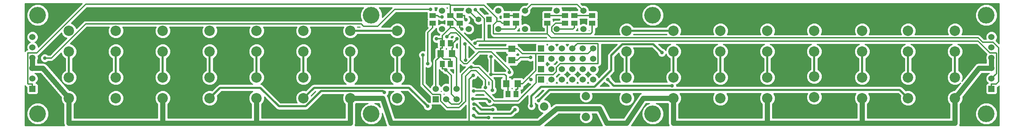
<source format=gbl>
G04 (created by PCBNEW-RS274X (2010-04-21 BZR 23xx)-stable) date Mon 21 Mar 2011 07:44:04 PM CET*
G01*
G70*
G90*
%MOIN*%
G04 Gerber Fmt 3.4, Leading zero omitted, Abs format*
%FSLAX34Y34*%
G04 APERTURE LIST*
%ADD10C,0.006000*%
%ADD11R,0.060000X0.060000*%
%ADD12C,0.060000*%
%ADD13C,0.100000*%
%ADD14R,0.059000X0.051100*%
%ADD15R,0.051100X0.059000*%
%ADD16R,0.055000X0.055000*%
%ADD17C,0.055000*%
%ADD18R,0.070800X0.062900*%
%ADD19R,0.062900X0.070800*%
%ADD20C,0.080000*%
%ADD21C,0.160000*%
%ADD22C,0.035000*%
%ADD23C,0.012000*%
%ADD24C,0.020000*%
%ADD25C,0.050000*%
%ADD26C,0.010000*%
G04 APERTURE END LIST*
G54D10*
G54D11*
X50700Y-21100D03*
G54D12*
X50700Y-20100D03*
X51700Y-21100D03*
X51700Y-20100D03*
X52700Y-21100D03*
X52700Y-20100D03*
G54D13*
X47000Y-21000D03*
X47000Y-19000D03*
X15500Y-19000D03*
X15500Y-21000D03*
X15499Y-14500D03*
X15499Y-16500D03*
X20000Y-16500D03*
X20000Y-14500D03*
X20000Y-21000D03*
X20000Y-19000D03*
X24500Y-19000D03*
X24500Y-21000D03*
X24500Y-14500D03*
X24500Y-16500D03*
X29000Y-16500D03*
X29000Y-14500D03*
X29000Y-21000D03*
X29000Y-19000D03*
X33500Y-19000D03*
X33500Y-21000D03*
X33500Y-14500D03*
X33500Y-16500D03*
X38000Y-16500D03*
X38000Y-14500D03*
X38000Y-21000D03*
X38000Y-19000D03*
X42500Y-19000D03*
X42500Y-21000D03*
X42500Y-14500D03*
X42500Y-16500D03*
X47000Y-16500D03*
X47000Y-14500D03*
G54D14*
X61400Y-13774D03*
X61400Y-13026D03*
X63100Y-13026D03*
X63100Y-13774D03*
X64000Y-13026D03*
X64000Y-13774D03*
X65700Y-13774D03*
X65700Y-13026D03*
X58400Y-13026D03*
X58400Y-13774D03*
X57500Y-13774D03*
X57500Y-13026D03*
X53000Y-13774D03*
X53000Y-13026D03*
X52100Y-13774D03*
X52100Y-13026D03*
G54D15*
X52074Y-17700D03*
X51326Y-17700D03*
G54D12*
X62300Y-12575D03*
X64850Y-12575D03*
X62300Y-14325D03*
X64850Y-14325D03*
X56700Y-12575D03*
X59250Y-12575D03*
X56700Y-14325D03*
X59250Y-14325D03*
X51300Y-12575D03*
X53850Y-12575D03*
X51300Y-14325D03*
X53850Y-14325D03*
G54D14*
X50400Y-13026D03*
X50400Y-13774D03*
G54D13*
X96000Y-21000D03*
X96000Y-19000D03*
X96000Y-16500D03*
X96000Y-14500D03*
X100500Y-14500D03*
X100500Y-16500D03*
X100500Y-19000D03*
X100500Y-21000D03*
X87000Y-20900D03*
X87000Y-18900D03*
X87000Y-16500D03*
X87000Y-14500D03*
X91600Y-14500D03*
X91600Y-16500D03*
X91600Y-19000D03*
X91600Y-21000D03*
X82500Y-19000D03*
X82500Y-21000D03*
X82500Y-14500D03*
X82500Y-16500D03*
X78000Y-16500D03*
X78000Y-14500D03*
X78000Y-21000D03*
X78000Y-19000D03*
X73500Y-19000D03*
X73500Y-21000D03*
X73500Y-14500D03*
X73500Y-16500D03*
X69000Y-16500D03*
X69000Y-14500D03*
X69000Y-21000D03*
X69000Y-19000D03*
G54D16*
X55800Y-13400D03*
G54D17*
X54800Y-13400D03*
G54D15*
X58374Y-20600D03*
X57626Y-20600D03*
X51326Y-15700D03*
X52074Y-15700D03*
G54D18*
X58000Y-16249D03*
X58000Y-17351D03*
G54D19*
X58551Y-19600D03*
X57449Y-19600D03*
X51149Y-16700D03*
X52251Y-16700D03*
G54D20*
X65100Y-22800D03*
X61100Y-21800D03*
X65100Y-20800D03*
G54D11*
X12000Y-20100D03*
G54D12*
X12000Y-19100D03*
X12000Y-18100D03*
X12000Y-17100D03*
X12000Y-16100D03*
X12000Y-15100D03*
G54D11*
X104000Y-20100D03*
G54D12*
X104000Y-19100D03*
X104000Y-18100D03*
X104000Y-17100D03*
X104000Y-16100D03*
X104000Y-15100D03*
G54D21*
X103500Y-22500D03*
X12500Y-13000D03*
X12500Y-22500D03*
X103500Y-13000D03*
X71500Y-13000D03*
X44500Y-13000D03*
G54D11*
X60800Y-19200D03*
G54D12*
X61800Y-19200D03*
X62800Y-19200D03*
X63800Y-19200D03*
X64800Y-19200D03*
X65800Y-19200D03*
G54D11*
X60800Y-18200D03*
G54D12*
X61800Y-18200D03*
X62800Y-18200D03*
X63800Y-18200D03*
X64800Y-18200D03*
X65800Y-18200D03*
G54D11*
X60800Y-16200D03*
G54D12*
X61800Y-16200D03*
X62800Y-16200D03*
X63800Y-16200D03*
X64800Y-16200D03*
X65800Y-16200D03*
G54D11*
X60800Y-17200D03*
G54D12*
X61800Y-17200D03*
X62800Y-17200D03*
X63800Y-17200D03*
X64800Y-17200D03*
X65800Y-17200D03*
G54D21*
X71500Y-22500D03*
X44500Y-22500D03*
G54D22*
X56111Y-20228D03*
X54100Y-18008D03*
X51743Y-15081D03*
X57766Y-18512D03*
X55459Y-19967D03*
X49446Y-16832D03*
X49933Y-17666D03*
X55750Y-22871D03*
X54305Y-22661D03*
X55844Y-21312D03*
X54267Y-21069D03*
X45750Y-20434D03*
X56165Y-22115D03*
X54344Y-21555D03*
X49927Y-21782D03*
X58295Y-22089D03*
X54349Y-22009D03*
X67191Y-19221D03*
X73347Y-19798D03*
X59864Y-21740D03*
X72375Y-16608D03*
X60554Y-21223D03*
X54452Y-15696D03*
X54502Y-12482D03*
X50198Y-12438D03*
X13180Y-17134D03*
X53474Y-15777D03*
X53541Y-17340D03*
X51664Y-18273D03*
X54314Y-20319D03*
X53194Y-14352D03*
X54278Y-18795D03*
X59777Y-17082D03*
X52722Y-15255D03*
X56000Y-18700D03*
X56000Y-17000D03*
X51271Y-13187D03*
X53578Y-13450D03*
X50766Y-15282D03*
X59815Y-19200D03*
G54D23*
X54832Y-18045D02*
X54100Y-18045D01*
X56111Y-19324D02*
X54832Y-18045D01*
X56111Y-20228D02*
X56111Y-19324D01*
X54100Y-18045D02*
X54100Y-18008D01*
X52171Y-21571D02*
X51700Y-21100D01*
X52916Y-21571D02*
X52171Y-21571D01*
X53194Y-21293D02*
X52916Y-21571D01*
X53194Y-18753D02*
X53194Y-21293D01*
X53902Y-18045D02*
X53194Y-18753D01*
X54100Y-18045D02*
X53902Y-18045D01*
X57766Y-18285D02*
X57766Y-18512D01*
X56006Y-16525D02*
X57766Y-18285D01*
X54835Y-16525D02*
X56006Y-16525D01*
X53682Y-17678D02*
X54835Y-16525D01*
X53401Y-17678D02*
X53682Y-17678D01*
X53060Y-17337D02*
X53401Y-17678D01*
X53060Y-15114D02*
X53060Y-17337D01*
X52663Y-14717D02*
X53060Y-15114D01*
X52107Y-14717D02*
X52663Y-14717D01*
X51743Y-15081D02*
X52107Y-14717D01*
X49446Y-19682D02*
X49446Y-16832D01*
X50400Y-20636D02*
X49446Y-19682D01*
X51130Y-20636D02*
X50400Y-20636D01*
X51164Y-20670D02*
X51130Y-20636D01*
X51164Y-21266D02*
X51164Y-20670D01*
X51802Y-21904D02*
X51164Y-21266D01*
X52934Y-21904D02*
X51802Y-21904D01*
X53547Y-21291D02*
X52934Y-21904D01*
X53547Y-18877D02*
X53547Y-21291D01*
X54077Y-18347D02*
X53547Y-18877D01*
X54558Y-18347D02*
X54077Y-18347D01*
X55459Y-19248D02*
X54558Y-18347D01*
X55459Y-19967D02*
X55459Y-19248D01*
X49933Y-14660D02*
X49933Y-17666D01*
X50400Y-14193D02*
X49933Y-14660D01*
X50400Y-13774D02*
X50400Y-14193D01*
G54D24*
X54515Y-22871D02*
X54305Y-22661D01*
X55750Y-22871D02*
X54515Y-22871D01*
X55601Y-21069D02*
X54267Y-21069D01*
X55844Y-21312D02*
X55601Y-21069D01*
X45613Y-20297D02*
X45750Y-20434D01*
X39698Y-20297D02*
X45613Y-20297D01*
X38211Y-21784D02*
X39698Y-20297D01*
X35646Y-21784D02*
X38211Y-21784D01*
X33864Y-20002D02*
X35646Y-21784D01*
X29998Y-20002D02*
X33864Y-20002D01*
X29000Y-21000D02*
X29998Y-20002D01*
X55036Y-22115D02*
X56165Y-22115D01*
X54476Y-21555D02*
X55036Y-22115D01*
X54344Y-21555D02*
X54476Y-21555D01*
X48134Y-19989D02*
X49927Y-21782D01*
X39011Y-19989D02*
X48134Y-19989D01*
X38000Y-21000D02*
X39011Y-19989D01*
X57891Y-22493D02*
X58295Y-22089D01*
X54833Y-22493D02*
X57891Y-22493D01*
X54349Y-22009D02*
X54833Y-22493D01*
X67768Y-19798D02*
X73347Y-19798D01*
X67191Y-19221D02*
X67768Y-19798D01*
X71563Y-15796D02*
X72375Y-16608D01*
X68602Y-15796D02*
X71563Y-15796D01*
X67517Y-16881D02*
X68602Y-15796D01*
X67517Y-18296D02*
X67517Y-16881D01*
X65921Y-19892D02*
X67517Y-18296D01*
X60787Y-19892D02*
X65921Y-19892D01*
X59864Y-20815D02*
X60787Y-19892D01*
X59864Y-21740D02*
X59864Y-20815D01*
X95196Y-20196D02*
X96000Y-21000D01*
X61581Y-20196D02*
X95196Y-20196D01*
X60554Y-21223D02*
X61581Y-20196D01*
G54D23*
X13809Y-17134D02*
X13180Y-17134D01*
X17107Y-13836D02*
X13809Y-17134D01*
X43536Y-13836D02*
X17107Y-13836D01*
X43762Y-14062D02*
X43536Y-13836D01*
X45126Y-14062D02*
X43762Y-14062D01*
X46750Y-12438D02*
X45126Y-14062D01*
X50198Y-12438D02*
X46750Y-12438D01*
X55361Y-13341D02*
X54502Y-12482D01*
X55361Y-15491D02*
X55361Y-13341D01*
X102709Y-15491D02*
X55361Y-15491D01*
X103854Y-16636D02*
X102709Y-15491D01*
X104444Y-16636D02*
X103854Y-16636D01*
X104478Y-16670D02*
X104444Y-16636D01*
X104478Y-18622D02*
X104478Y-16670D01*
X104000Y-19100D02*
X104478Y-18622D01*
X54657Y-15491D02*
X54452Y-15696D01*
X55361Y-15491D02*
X54657Y-15491D01*
X53541Y-15844D02*
X53541Y-17340D01*
X53474Y-15777D02*
X53541Y-15844D01*
X51326Y-17700D02*
X51326Y-18158D01*
X52200Y-18809D02*
X51664Y-18273D01*
X52200Y-20600D02*
X52200Y-18809D01*
X52700Y-21100D02*
X52200Y-20600D01*
X51549Y-18158D02*
X51326Y-18158D01*
X51664Y-18273D02*
X51549Y-18158D01*
X55349Y-20319D02*
X54314Y-20319D01*
X56291Y-21261D02*
X55349Y-20319D01*
X58573Y-21261D02*
X56291Y-21261D01*
X60319Y-19515D02*
X58573Y-21261D01*
X60319Y-18766D02*
X60319Y-19515D01*
X60353Y-18732D02*
X60319Y-18766D01*
X61968Y-18732D02*
X60353Y-18732D01*
X62266Y-18434D02*
X61968Y-18732D01*
X62266Y-18032D02*
X62266Y-18434D01*
X62634Y-17664D02*
X62266Y-18032D01*
X66241Y-17664D02*
X62634Y-17664D01*
X66263Y-17642D02*
X66241Y-17664D01*
X66263Y-15764D02*
X66263Y-17642D01*
X66229Y-15730D02*
X66263Y-15764D01*
X64270Y-15730D02*
X66229Y-15730D01*
X63800Y-16200D02*
X64270Y-15730D01*
X12000Y-20100D02*
X12000Y-19637D01*
X52100Y-13026D02*
X52100Y-12607D01*
X104000Y-20100D02*
X104000Y-19637D01*
X52100Y-12030D02*
X52100Y-12607D01*
X57500Y-13774D02*
X57042Y-13774D01*
X56883Y-13615D02*
X57042Y-13774D01*
X56546Y-13615D02*
X56883Y-13615D01*
X52888Y-13774D02*
X53000Y-13774D01*
X52140Y-13026D02*
X52888Y-13774D01*
X52100Y-13026D02*
X52140Y-13026D01*
X53034Y-14192D02*
X53194Y-14352D01*
X53000Y-14192D02*
X53034Y-14192D01*
X53000Y-13774D02*
X53000Y-14192D01*
X55309Y-12030D02*
X52100Y-12030D01*
X56546Y-13267D02*
X55309Y-12030D01*
X56546Y-13615D02*
X56546Y-13267D01*
X11571Y-19637D02*
X12000Y-19637D01*
X11537Y-19603D02*
X11571Y-19637D01*
X11537Y-16657D02*
X11537Y-19603D01*
X11560Y-16634D02*
X11537Y-16657D01*
X12426Y-16634D02*
X11560Y-16634D01*
X17106Y-11954D02*
X12426Y-16634D01*
X52024Y-11954D02*
X17106Y-11954D01*
X52100Y-12030D02*
X52024Y-11954D01*
X56264Y-14813D02*
X61400Y-14813D01*
X56230Y-14779D02*
X56264Y-14813D01*
X56230Y-13931D02*
X56230Y-14779D01*
X56546Y-13615D02*
X56230Y-13931D01*
X61769Y-15182D02*
X61400Y-14813D01*
X102717Y-15182D02*
X61769Y-15182D01*
X103148Y-15613D02*
X102717Y-15182D01*
X104168Y-15613D02*
X103148Y-15613D01*
X104702Y-16147D02*
X104168Y-15613D01*
X104702Y-19398D02*
X104702Y-16147D01*
X104463Y-19637D02*
X104702Y-19398D01*
X104000Y-19637D02*
X104463Y-19637D01*
X61400Y-14813D02*
X61400Y-13774D01*
G54D25*
X60600Y-23400D02*
X53900Y-23400D01*
X62300Y-22000D02*
X60600Y-23400D01*
X66400Y-22000D02*
X62300Y-22000D01*
X67100Y-23400D02*
X66400Y-22000D01*
X69000Y-23400D02*
X67100Y-23400D01*
X70600Y-21000D02*
X69000Y-23400D01*
X73500Y-21000D02*
X70600Y-21000D01*
X102800Y-18100D02*
X104000Y-18100D01*
X100500Y-21000D02*
X102800Y-18100D01*
X13000Y-18100D02*
X15500Y-21000D01*
X12000Y-18100D02*
X13000Y-18100D01*
X73500Y-23400D02*
X82500Y-23400D01*
X73500Y-21000D02*
X73500Y-23400D01*
X91600Y-21000D02*
X91600Y-23400D01*
X100500Y-23400D02*
X100500Y-21000D01*
X91600Y-23400D02*
X100500Y-23400D01*
X46400Y-23400D02*
X53900Y-23400D01*
X45600Y-21000D02*
X46400Y-23400D01*
X42500Y-21000D02*
X45600Y-21000D01*
X15500Y-23400D02*
X24500Y-23400D01*
X15500Y-21000D02*
X15500Y-23400D01*
X33500Y-21000D02*
X33500Y-23400D01*
X42500Y-23400D02*
X42500Y-21000D01*
X33500Y-23400D02*
X42500Y-23400D01*
X104000Y-18100D02*
X104000Y-17100D01*
X12000Y-17100D02*
X12000Y-18100D01*
X33500Y-23400D02*
X24500Y-23400D01*
X24500Y-23400D02*
X24500Y-21000D01*
X91600Y-23400D02*
X82500Y-23400D01*
X82500Y-23400D02*
X82500Y-21000D01*
G54D23*
X53900Y-19173D02*
X54278Y-18795D01*
X53900Y-23400D02*
X53900Y-19173D01*
X54675Y-13400D02*
X53850Y-12575D01*
X54800Y-13400D02*
X54675Y-13400D01*
X59852Y-11973D02*
X59250Y-12575D01*
X64248Y-11973D02*
X59852Y-11973D01*
X64850Y-12575D02*
X64248Y-11973D01*
X58786Y-17082D02*
X58517Y-17351D01*
X59777Y-17082D02*
X58786Y-17082D01*
X58000Y-17351D02*
X58517Y-17351D01*
X52700Y-17149D02*
X52700Y-20100D01*
X52251Y-16700D02*
X52700Y-17149D01*
X52074Y-15700D02*
X52339Y-15700D01*
X52339Y-16095D02*
X52251Y-16183D01*
X52339Y-15700D02*
X52339Y-16095D01*
X52251Y-16700D02*
X52251Y-16183D01*
X52722Y-15317D02*
X52339Y-15700D01*
X52722Y-15255D02*
X52722Y-15317D01*
X57300Y-18700D02*
X56000Y-18700D01*
X57449Y-18849D02*
X57300Y-18700D01*
X57449Y-19600D02*
X57449Y-18849D01*
X57626Y-19777D02*
X57449Y-19600D01*
X57626Y-20600D02*
X57626Y-19777D01*
X56000Y-17000D02*
X56000Y-18700D01*
X51019Y-13187D02*
X50858Y-13026D01*
X51271Y-13187D02*
X51019Y-13187D01*
X50400Y-13026D02*
X50858Y-13026D01*
G54D24*
X73500Y-16500D02*
X73500Y-19000D01*
X69000Y-14500D02*
X73500Y-14500D01*
X69000Y-19000D02*
X69000Y-16500D01*
G54D23*
X61883Y-13051D02*
X61858Y-13026D01*
X62617Y-13051D02*
X61883Y-13051D01*
X62642Y-13026D02*
X62617Y-13051D01*
X63100Y-13026D02*
X62642Y-13026D01*
X61400Y-13026D02*
X61858Y-13026D01*
G54D24*
X91600Y-19000D02*
X91600Y-16500D01*
X87000Y-16500D02*
X87000Y-18900D01*
X100500Y-19000D02*
X100500Y-16500D01*
X96000Y-16500D02*
X96000Y-19000D01*
X78000Y-19000D02*
X78000Y-16500D01*
X82500Y-16500D02*
X82500Y-19000D01*
G54D23*
X62186Y-13774D02*
X63100Y-13774D01*
X61810Y-14150D02*
X62186Y-13774D01*
X61810Y-14533D02*
X61810Y-14150D01*
X62075Y-14798D02*
X61810Y-14533D01*
X65546Y-14798D02*
X62075Y-14798D01*
X65700Y-14644D02*
X65546Y-14798D01*
X65700Y-13774D02*
X65700Y-14644D01*
G54D24*
X42500Y-16500D02*
X42500Y-19000D01*
X47000Y-14500D02*
X42500Y-14500D01*
X47000Y-16500D02*
X47000Y-19000D01*
X38000Y-19000D02*
X38000Y-16500D01*
X29000Y-19000D02*
X29000Y-16500D01*
X33500Y-16500D02*
X33500Y-19000D01*
X15500Y-16501D02*
X15500Y-19000D01*
X15499Y-16500D02*
X15500Y-16501D01*
X20000Y-19000D02*
X20000Y-16500D01*
X24500Y-16500D02*
X24500Y-19000D01*
G54D23*
X53458Y-13330D02*
X53458Y-13026D01*
X53578Y-13450D02*
X53458Y-13330D01*
X53000Y-13026D02*
X53458Y-13026D01*
X58268Y-14325D02*
X58400Y-14193D01*
X56700Y-14325D02*
X58268Y-14325D01*
X58400Y-13774D02*
X58400Y-14193D01*
X57500Y-13026D02*
X58400Y-13026D01*
X64478Y-13046D02*
X64458Y-13026D01*
X65222Y-13046D02*
X64478Y-13046D01*
X65242Y-13026D02*
X65222Y-13046D01*
X65700Y-13026D02*
X65242Y-13026D01*
X64000Y-13026D02*
X64458Y-13026D01*
X63868Y-14325D02*
X64000Y-14193D01*
X62300Y-14325D02*
X63868Y-14325D01*
X64000Y-13774D02*
X64000Y-14193D01*
X58526Y-20142D02*
X58374Y-20142D01*
X58551Y-20117D02*
X58526Y-20142D01*
X58551Y-19600D02*
X58551Y-20117D01*
X58374Y-20371D02*
X58374Y-20142D01*
X58374Y-20371D02*
X58374Y-20600D01*
X51149Y-16700D02*
X51149Y-16893D01*
X51326Y-15282D02*
X50766Y-15282D01*
X51326Y-14966D02*
X52100Y-14192D01*
X51326Y-15282D02*
X51326Y-14966D01*
X51149Y-16893D02*
X51149Y-16925D01*
X51326Y-15282D02*
X51326Y-15700D01*
X51174Y-16158D02*
X51149Y-16183D01*
X51326Y-16158D02*
X51174Y-16158D01*
X51149Y-16700D02*
X51149Y-16183D01*
X51326Y-15700D02*
X51326Y-16158D01*
X50700Y-17374D02*
X50700Y-20100D01*
X51149Y-16925D02*
X50700Y-17374D01*
X52074Y-17700D02*
X52074Y-17242D01*
X51466Y-17242D02*
X52074Y-17242D01*
X51149Y-16925D02*
X51466Y-17242D01*
X52100Y-13774D02*
X52100Y-14192D01*
X58259Y-16249D02*
X58517Y-16249D01*
X58259Y-16249D02*
X58000Y-16249D01*
X52462Y-14192D02*
X52100Y-14192D01*
X54519Y-16249D02*
X52462Y-14192D01*
X58000Y-16249D02*
X54519Y-16249D01*
X58986Y-16718D02*
X58517Y-16249D01*
X60301Y-16718D02*
X58986Y-16718D01*
X65282Y-16718D02*
X60301Y-16718D01*
X65800Y-16200D02*
X65282Y-16718D01*
X58551Y-19600D02*
X59028Y-19600D01*
X59621Y-19007D02*
X59028Y-19600D01*
X59622Y-19007D02*
X59621Y-19007D01*
X59815Y-19200D02*
X59622Y-19007D01*
X60301Y-18328D02*
X60301Y-16718D01*
X59622Y-19007D02*
X60301Y-18328D01*
G54D10*
G36*
X104725Y-23625D02*
X104725Y-19813D01*
X104682Y-19856D01*
X104582Y-19923D01*
X104549Y-19929D01*
X104549Y-20450D01*
X104511Y-20541D01*
X104441Y-20611D01*
X104349Y-20649D01*
X103650Y-20649D01*
X103559Y-20611D01*
X103489Y-20541D01*
X103451Y-20449D01*
X103451Y-19750D01*
X103489Y-19659D01*
X103559Y-19589D01*
X103651Y-19551D01*
X103674Y-19551D01*
X103535Y-19411D01*
X103451Y-19209D01*
X103451Y-18991D01*
X103535Y-18789D01*
X103689Y-18635D01*
X103773Y-18600D01*
X103040Y-18600D01*
X101249Y-20860D01*
X101249Y-21150D01*
X101134Y-21425D01*
X101000Y-21558D01*
X101000Y-23400D01*
X100962Y-23591D01*
X100939Y-23625D01*
X103290Y-23625D01*
X103290Y-23550D01*
X102905Y-23390D01*
X102610Y-23094D01*
X102450Y-22708D01*
X102450Y-22290D01*
X102610Y-21905D01*
X102906Y-21610D01*
X103292Y-21450D01*
X103710Y-21450D01*
X104095Y-21610D01*
X104390Y-21906D01*
X104550Y-22292D01*
X104550Y-22710D01*
X104390Y-23095D01*
X104094Y-23390D01*
X103708Y-23550D01*
X103290Y-23550D01*
X103290Y-23625D01*
X104725Y-23625D01*
X104725Y-23625D01*
G37*
G54D26*
X104725Y-23625D02*
X104725Y-19813D01*
X104682Y-19856D01*
X104582Y-19923D01*
X104549Y-19929D01*
X104549Y-20450D01*
X104511Y-20541D01*
X104441Y-20611D01*
X104349Y-20649D01*
X103650Y-20649D01*
X103559Y-20611D01*
X103489Y-20541D01*
X103451Y-20449D01*
X103451Y-19750D01*
X103489Y-19659D01*
X103559Y-19589D01*
X103651Y-19551D01*
X103674Y-19551D01*
X103535Y-19411D01*
X103451Y-19209D01*
X103451Y-18991D01*
X103535Y-18789D01*
X103689Y-18635D01*
X103773Y-18600D01*
X103040Y-18600D01*
X101249Y-20860D01*
X101249Y-21150D01*
X101134Y-21425D01*
X101000Y-21558D01*
X101000Y-23400D01*
X100962Y-23591D01*
X100939Y-23625D01*
X103290Y-23625D01*
X103290Y-23550D01*
X102905Y-23390D01*
X102610Y-23094D01*
X102450Y-22708D01*
X102450Y-22290D01*
X102610Y-21905D01*
X102906Y-21610D01*
X103292Y-21450D01*
X103710Y-21450D01*
X104095Y-21610D01*
X104390Y-21906D01*
X104550Y-22292D01*
X104550Y-22710D01*
X104390Y-23095D01*
X104094Y-23390D01*
X103708Y-23550D01*
X103290Y-23550D01*
X103290Y-23625D01*
X104725Y-23625D01*
G54D10*
G36*
X73060Y-23625D02*
X73038Y-23591D01*
X73000Y-23400D01*
X73000Y-21558D01*
X72941Y-21500D01*
X71830Y-21500D01*
X72095Y-21610D01*
X72390Y-21906D01*
X72550Y-22292D01*
X72550Y-22710D01*
X72390Y-23095D01*
X72094Y-23390D01*
X71708Y-23550D01*
X71290Y-23550D01*
X70905Y-23390D01*
X70610Y-23094D01*
X70450Y-22708D01*
X70450Y-22290D01*
X70610Y-21905D01*
X70906Y-21610D01*
X71171Y-21500D01*
X70867Y-21500D01*
X69450Y-23625D01*
X73060Y-23625D01*
X73060Y-23625D01*
G37*
G54D26*
X73060Y-23625D02*
X73038Y-23591D01*
X73000Y-23400D01*
X73000Y-21558D01*
X72941Y-21500D01*
X71830Y-21500D01*
X72095Y-21610D01*
X72390Y-21906D01*
X72550Y-22292D01*
X72550Y-22710D01*
X72390Y-23095D01*
X72094Y-23390D01*
X71708Y-23550D01*
X71290Y-23550D01*
X70905Y-23390D01*
X70610Y-23094D01*
X70450Y-22708D01*
X70450Y-22290D01*
X70610Y-21905D01*
X70906Y-21610D01*
X71171Y-21500D01*
X70867Y-21500D01*
X69450Y-23625D01*
X73060Y-23625D01*
G54D10*
G36*
X66655Y-23625D02*
X66654Y-23623D01*
X66091Y-22500D01*
X65678Y-22500D01*
X65749Y-22671D01*
X65749Y-22929D01*
X65650Y-23168D01*
X65468Y-23350D01*
X65229Y-23449D01*
X64971Y-23449D01*
X64732Y-23350D01*
X64550Y-23168D01*
X64451Y-22929D01*
X64451Y-22671D01*
X64521Y-22500D01*
X62477Y-22500D01*
X61113Y-23625D01*
X66655Y-23625D01*
X66655Y-23625D01*
G37*
G54D26*
X66655Y-23625D02*
X66654Y-23623D01*
X66091Y-22500D01*
X65678Y-22500D01*
X65749Y-22671D01*
X65749Y-22929D01*
X65650Y-23168D01*
X65468Y-23350D01*
X65229Y-23449D01*
X64971Y-23449D01*
X64732Y-23350D01*
X64550Y-23168D01*
X64451Y-22929D01*
X64451Y-22671D01*
X64521Y-22500D01*
X62477Y-22500D01*
X61113Y-23625D01*
X66655Y-23625D01*
G54D10*
G36*
X45960Y-23625D02*
X45938Y-23591D01*
X45935Y-23578D01*
X45924Y-23558D01*
X45550Y-22433D01*
X45550Y-22710D01*
X45390Y-23095D01*
X45094Y-23390D01*
X44708Y-23550D01*
X44290Y-23550D01*
X43905Y-23390D01*
X43610Y-23094D01*
X43450Y-22708D01*
X43450Y-22290D01*
X43610Y-21905D01*
X43906Y-21610D01*
X44171Y-21500D01*
X43058Y-21500D01*
X43000Y-21558D01*
X43000Y-23400D01*
X42962Y-23591D01*
X42939Y-23625D01*
X45960Y-23625D01*
X45960Y-23625D01*
G37*
G54D26*
X45960Y-23625D02*
X45938Y-23591D01*
X45935Y-23578D01*
X45924Y-23558D01*
X45550Y-22433D01*
X45550Y-22710D01*
X45390Y-23095D01*
X45094Y-23390D01*
X44708Y-23550D01*
X44290Y-23550D01*
X43905Y-23390D01*
X43610Y-23094D01*
X43450Y-22708D01*
X43450Y-22290D01*
X43610Y-21905D01*
X43906Y-21610D01*
X44171Y-21500D01*
X43058Y-21500D01*
X43000Y-21558D01*
X43000Y-23400D01*
X42962Y-23591D01*
X42939Y-23625D01*
X45960Y-23625D01*
G54D10*
G36*
X15060Y-23625D02*
X15038Y-23591D01*
X15000Y-23400D01*
X15000Y-21558D01*
X14865Y-21423D01*
X14751Y-21148D01*
X14751Y-20893D01*
X12771Y-18600D01*
X12226Y-18600D01*
X12311Y-18635D01*
X12465Y-18789D01*
X12549Y-18991D01*
X12549Y-19209D01*
X12465Y-19411D01*
X12325Y-19551D01*
X12350Y-19551D01*
X12441Y-19589D01*
X12511Y-19659D01*
X12549Y-19751D01*
X12549Y-20450D01*
X12511Y-20541D01*
X12441Y-20611D01*
X12349Y-20649D01*
X11650Y-20649D01*
X11559Y-20611D01*
X11489Y-20541D01*
X11451Y-20449D01*
X11451Y-19922D01*
X11352Y-19856D01*
X11318Y-19822D01*
X11275Y-19757D01*
X11275Y-23625D01*
X12290Y-23625D01*
X12290Y-23550D01*
X11905Y-23390D01*
X11610Y-23094D01*
X11450Y-22708D01*
X11450Y-22290D01*
X11610Y-21905D01*
X11906Y-21610D01*
X12292Y-21450D01*
X12710Y-21450D01*
X13095Y-21610D01*
X13390Y-21906D01*
X13550Y-22292D01*
X13550Y-22710D01*
X13390Y-23095D01*
X13094Y-23390D01*
X12708Y-23550D01*
X12290Y-23550D01*
X12290Y-23625D01*
X15060Y-23625D01*
X15060Y-23625D01*
G37*
G54D26*
X15060Y-23625D02*
X15038Y-23591D01*
X15000Y-23400D01*
X15000Y-21558D01*
X14865Y-21423D01*
X14751Y-21148D01*
X14751Y-20893D01*
X12771Y-18600D01*
X12226Y-18600D01*
X12311Y-18635D01*
X12465Y-18789D01*
X12549Y-18991D01*
X12549Y-19209D01*
X12465Y-19411D01*
X12325Y-19551D01*
X12350Y-19551D01*
X12441Y-19589D01*
X12511Y-19659D01*
X12549Y-19751D01*
X12549Y-20450D01*
X12511Y-20541D01*
X12441Y-20611D01*
X12349Y-20649D01*
X11650Y-20649D01*
X11559Y-20611D01*
X11489Y-20541D01*
X11451Y-20449D01*
X11451Y-19922D01*
X11352Y-19856D01*
X11318Y-19822D01*
X11275Y-19757D01*
X11275Y-23625D01*
X12290Y-23625D01*
X12290Y-23550D01*
X11905Y-23390D01*
X11610Y-23094D01*
X11450Y-22708D01*
X11450Y-22290D01*
X11610Y-21905D01*
X11906Y-21610D01*
X12292Y-21450D01*
X12710Y-21450D01*
X13095Y-21610D01*
X13390Y-21906D01*
X13550Y-22292D01*
X13550Y-22710D01*
X13390Y-23095D01*
X13094Y-23390D01*
X12708Y-23550D01*
X12290Y-23550D01*
X12290Y-23625D01*
X15060Y-23625D01*
G54D10*
G36*
X100000Y-22900D02*
X100000Y-21558D01*
X99865Y-21423D01*
X99751Y-21148D01*
X99751Y-20850D01*
X99866Y-20575D01*
X100077Y-20365D01*
X100352Y-20251D01*
X100455Y-20251D01*
X101020Y-19537D01*
X100923Y-19635D01*
X100648Y-19749D01*
X100350Y-19749D01*
X100075Y-19634D01*
X99865Y-19423D01*
X99751Y-19148D01*
X99751Y-18850D01*
X99866Y-18575D01*
X100077Y-18365D01*
X100150Y-18334D01*
X100150Y-17165D01*
X100075Y-17134D01*
X99865Y-16923D01*
X99751Y-16648D01*
X99751Y-16350D01*
X99866Y-16075D01*
X100077Y-15865D01*
X100231Y-15801D01*
X96269Y-15801D01*
X96425Y-15866D01*
X96635Y-16077D01*
X96749Y-16352D01*
X96749Y-16650D01*
X96634Y-16925D01*
X96423Y-17135D01*
X96350Y-17165D01*
X96350Y-18334D01*
X96425Y-18366D01*
X96635Y-18577D01*
X96749Y-18852D01*
X96749Y-19150D01*
X96634Y-19425D01*
X96423Y-19635D01*
X96148Y-19749D01*
X95850Y-19749D01*
X95575Y-19634D01*
X95365Y-19423D01*
X95251Y-19148D01*
X95251Y-18850D01*
X95366Y-18575D01*
X95577Y-18365D01*
X95650Y-18334D01*
X95650Y-17165D01*
X95575Y-17134D01*
X95365Y-16923D01*
X95251Y-16648D01*
X95251Y-16350D01*
X95366Y-16075D01*
X95577Y-15865D01*
X95731Y-15801D01*
X91869Y-15801D01*
X92025Y-15866D01*
X92235Y-16077D01*
X92349Y-16352D01*
X92349Y-16650D01*
X92234Y-16925D01*
X92023Y-17135D01*
X91950Y-17165D01*
X91950Y-18334D01*
X92025Y-18366D01*
X92235Y-18577D01*
X92349Y-18852D01*
X92349Y-19150D01*
X92234Y-19425D01*
X92023Y-19635D01*
X91748Y-19749D01*
X91450Y-19749D01*
X91175Y-19634D01*
X90965Y-19423D01*
X90851Y-19148D01*
X90851Y-18850D01*
X90966Y-18575D01*
X91177Y-18365D01*
X91250Y-18334D01*
X91250Y-17165D01*
X91175Y-17134D01*
X90965Y-16923D01*
X90851Y-16648D01*
X90851Y-16350D01*
X90966Y-16075D01*
X91177Y-15865D01*
X91331Y-15801D01*
X87269Y-15801D01*
X87425Y-15866D01*
X87635Y-16077D01*
X87749Y-16352D01*
X87749Y-16650D01*
X87634Y-16925D01*
X87423Y-17135D01*
X87350Y-17165D01*
X87350Y-18234D01*
X87425Y-18266D01*
X87635Y-18477D01*
X87749Y-18752D01*
X87749Y-19050D01*
X87634Y-19325D01*
X87423Y-19535D01*
X87148Y-19649D01*
X86850Y-19649D01*
X86575Y-19534D01*
X86365Y-19323D01*
X86251Y-19048D01*
X86251Y-18750D01*
X86366Y-18475D01*
X86577Y-18265D01*
X86650Y-18234D01*
X86650Y-17165D01*
X86575Y-17134D01*
X86365Y-16923D01*
X86251Y-16648D01*
X86251Y-16350D01*
X86366Y-16075D01*
X86577Y-15865D01*
X86731Y-15801D01*
X82769Y-15801D01*
X82925Y-15866D01*
X83135Y-16077D01*
X83249Y-16352D01*
X83249Y-16650D01*
X83134Y-16925D01*
X82923Y-17135D01*
X82850Y-17165D01*
X82850Y-18334D01*
X82925Y-18366D01*
X83135Y-18577D01*
X83249Y-18852D01*
X83249Y-19150D01*
X83134Y-19425D01*
X82923Y-19635D01*
X82648Y-19749D01*
X82350Y-19749D01*
X82075Y-19634D01*
X81865Y-19423D01*
X81751Y-19148D01*
X81751Y-18850D01*
X81866Y-18575D01*
X82077Y-18365D01*
X82150Y-18334D01*
X82150Y-17165D01*
X82075Y-17134D01*
X81865Y-16923D01*
X81751Y-16648D01*
X81751Y-16350D01*
X81866Y-16075D01*
X82077Y-15865D01*
X82231Y-15801D01*
X78269Y-15801D01*
X78425Y-15866D01*
X78635Y-16077D01*
X78749Y-16352D01*
X78749Y-16650D01*
X78634Y-16925D01*
X78423Y-17135D01*
X78350Y-17165D01*
X78350Y-18334D01*
X78425Y-18366D01*
X78635Y-18577D01*
X78749Y-18852D01*
X78749Y-19150D01*
X78634Y-19425D01*
X78423Y-19635D01*
X78148Y-19749D01*
X77850Y-19749D01*
X77575Y-19634D01*
X77365Y-19423D01*
X77251Y-19148D01*
X77251Y-18850D01*
X77366Y-18575D01*
X77577Y-18365D01*
X77650Y-18334D01*
X77650Y-17165D01*
X77575Y-17134D01*
X77365Y-16923D01*
X77251Y-16648D01*
X77251Y-16350D01*
X77366Y-16075D01*
X77577Y-15865D01*
X77731Y-15801D01*
X73769Y-15801D01*
X73925Y-15866D01*
X74135Y-16077D01*
X74249Y-16352D01*
X74249Y-16650D01*
X74134Y-16925D01*
X73923Y-17135D01*
X73850Y-17165D01*
X73850Y-18334D01*
X73925Y-18366D01*
X74135Y-18577D01*
X74249Y-18852D01*
X74249Y-19150D01*
X74134Y-19425D01*
X73923Y-19635D01*
X73766Y-19699D01*
X73772Y-19714D01*
X73772Y-19846D01*
X95196Y-19846D01*
X95330Y-19873D01*
X95443Y-19949D01*
X95776Y-20282D01*
X95852Y-20251D01*
X96150Y-20251D01*
X96425Y-20366D01*
X96635Y-20577D01*
X96749Y-20852D01*
X96749Y-21150D01*
X96634Y-21425D01*
X96423Y-21635D01*
X96148Y-21749D01*
X95850Y-21749D01*
X95575Y-21634D01*
X95365Y-21423D01*
X95251Y-21148D01*
X95251Y-20850D01*
X95281Y-20776D01*
X95051Y-20546D01*
X92204Y-20546D01*
X92235Y-20577D01*
X92349Y-20852D01*
X92349Y-21150D01*
X92234Y-21425D01*
X92100Y-21558D01*
X92100Y-22900D01*
X100000Y-22900D01*
X100000Y-22900D01*
G37*
G54D26*
X100000Y-22900D02*
X100000Y-21558D01*
X99865Y-21423D01*
X99751Y-21148D01*
X99751Y-20850D01*
X99866Y-20575D01*
X100077Y-20365D01*
X100352Y-20251D01*
X100455Y-20251D01*
X101020Y-19537D01*
X100923Y-19635D01*
X100648Y-19749D01*
X100350Y-19749D01*
X100075Y-19634D01*
X99865Y-19423D01*
X99751Y-19148D01*
X99751Y-18850D01*
X99866Y-18575D01*
X100077Y-18365D01*
X100150Y-18334D01*
X100150Y-17165D01*
X100075Y-17134D01*
X99865Y-16923D01*
X99751Y-16648D01*
X99751Y-16350D01*
X99866Y-16075D01*
X100077Y-15865D01*
X100231Y-15801D01*
X96269Y-15801D01*
X96425Y-15866D01*
X96635Y-16077D01*
X96749Y-16352D01*
X96749Y-16650D01*
X96634Y-16925D01*
X96423Y-17135D01*
X96350Y-17165D01*
X96350Y-18334D01*
X96425Y-18366D01*
X96635Y-18577D01*
X96749Y-18852D01*
X96749Y-19150D01*
X96634Y-19425D01*
X96423Y-19635D01*
X96148Y-19749D01*
X95850Y-19749D01*
X95575Y-19634D01*
X95365Y-19423D01*
X95251Y-19148D01*
X95251Y-18850D01*
X95366Y-18575D01*
X95577Y-18365D01*
X95650Y-18334D01*
X95650Y-17165D01*
X95575Y-17134D01*
X95365Y-16923D01*
X95251Y-16648D01*
X95251Y-16350D01*
X95366Y-16075D01*
X95577Y-15865D01*
X95731Y-15801D01*
X91869Y-15801D01*
X92025Y-15866D01*
X92235Y-16077D01*
X92349Y-16352D01*
X92349Y-16650D01*
X92234Y-16925D01*
X92023Y-17135D01*
X91950Y-17165D01*
X91950Y-18334D01*
X92025Y-18366D01*
X92235Y-18577D01*
X92349Y-18852D01*
X92349Y-19150D01*
X92234Y-19425D01*
X92023Y-19635D01*
X91748Y-19749D01*
X91450Y-19749D01*
X91175Y-19634D01*
X90965Y-19423D01*
X90851Y-19148D01*
X90851Y-18850D01*
X90966Y-18575D01*
X91177Y-18365D01*
X91250Y-18334D01*
X91250Y-17165D01*
X91175Y-17134D01*
X90965Y-16923D01*
X90851Y-16648D01*
X90851Y-16350D01*
X90966Y-16075D01*
X91177Y-15865D01*
X91331Y-15801D01*
X87269Y-15801D01*
X87425Y-15866D01*
X87635Y-16077D01*
X87749Y-16352D01*
X87749Y-16650D01*
X87634Y-16925D01*
X87423Y-17135D01*
X87350Y-17165D01*
X87350Y-18234D01*
X87425Y-18266D01*
X87635Y-18477D01*
X87749Y-18752D01*
X87749Y-19050D01*
X87634Y-19325D01*
X87423Y-19535D01*
X87148Y-19649D01*
X86850Y-19649D01*
X86575Y-19534D01*
X86365Y-19323D01*
X86251Y-19048D01*
X86251Y-18750D01*
X86366Y-18475D01*
X86577Y-18265D01*
X86650Y-18234D01*
X86650Y-17165D01*
X86575Y-17134D01*
X86365Y-16923D01*
X86251Y-16648D01*
X86251Y-16350D01*
X86366Y-16075D01*
X86577Y-15865D01*
X86731Y-15801D01*
X82769Y-15801D01*
X82925Y-15866D01*
X83135Y-16077D01*
X83249Y-16352D01*
X83249Y-16650D01*
X83134Y-16925D01*
X82923Y-17135D01*
X82850Y-17165D01*
X82850Y-18334D01*
X82925Y-18366D01*
X83135Y-18577D01*
X83249Y-18852D01*
X83249Y-19150D01*
X83134Y-19425D01*
X82923Y-19635D01*
X82648Y-19749D01*
X82350Y-19749D01*
X82075Y-19634D01*
X81865Y-19423D01*
X81751Y-19148D01*
X81751Y-18850D01*
X81866Y-18575D01*
X82077Y-18365D01*
X82150Y-18334D01*
X82150Y-17165D01*
X82075Y-17134D01*
X81865Y-16923D01*
X81751Y-16648D01*
X81751Y-16350D01*
X81866Y-16075D01*
X82077Y-15865D01*
X82231Y-15801D01*
X78269Y-15801D01*
X78425Y-15866D01*
X78635Y-16077D01*
X78749Y-16352D01*
X78749Y-16650D01*
X78634Y-16925D01*
X78423Y-17135D01*
X78350Y-17165D01*
X78350Y-18334D01*
X78425Y-18366D01*
X78635Y-18577D01*
X78749Y-18852D01*
X78749Y-19150D01*
X78634Y-19425D01*
X78423Y-19635D01*
X78148Y-19749D01*
X77850Y-19749D01*
X77575Y-19634D01*
X77365Y-19423D01*
X77251Y-19148D01*
X77251Y-18850D01*
X77366Y-18575D01*
X77577Y-18365D01*
X77650Y-18334D01*
X77650Y-17165D01*
X77575Y-17134D01*
X77365Y-16923D01*
X77251Y-16648D01*
X77251Y-16350D01*
X77366Y-16075D01*
X77577Y-15865D01*
X77731Y-15801D01*
X73769Y-15801D01*
X73925Y-15866D01*
X74135Y-16077D01*
X74249Y-16352D01*
X74249Y-16650D01*
X74134Y-16925D01*
X73923Y-17135D01*
X73850Y-17165D01*
X73850Y-18334D01*
X73925Y-18366D01*
X74135Y-18577D01*
X74249Y-18852D01*
X74249Y-19150D01*
X74134Y-19425D01*
X73923Y-19635D01*
X73766Y-19699D01*
X73772Y-19714D01*
X73772Y-19846D01*
X95196Y-19846D01*
X95330Y-19873D01*
X95443Y-19949D01*
X95776Y-20282D01*
X95852Y-20251D01*
X96150Y-20251D01*
X96425Y-20366D01*
X96635Y-20577D01*
X96749Y-20852D01*
X96749Y-21150D01*
X96634Y-21425D01*
X96423Y-21635D01*
X96148Y-21749D01*
X95850Y-21749D01*
X95575Y-21634D01*
X95365Y-21423D01*
X95251Y-21148D01*
X95251Y-20850D01*
X95281Y-20776D01*
X95051Y-20546D01*
X92204Y-20546D01*
X92235Y-20577D01*
X92349Y-20852D01*
X92349Y-21150D01*
X92234Y-21425D01*
X92100Y-21558D01*
X92100Y-22900D01*
X100000Y-22900D01*
G54D10*
G36*
X91100Y-22900D02*
X91100Y-21558D01*
X90965Y-21423D01*
X90851Y-21148D01*
X90851Y-20850D01*
X90966Y-20575D01*
X90995Y-20546D01*
X87663Y-20546D01*
X87749Y-20752D01*
X87749Y-21050D01*
X87634Y-21325D01*
X87423Y-21535D01*
X87148Y-21649D01*
X86850Y-21649D01*
X86575Y-21534D01*
X86365Y-21323D01*
X86251Y-21048D01*
X86251Y-20750D01*
X86336Y-20546D01*
X83104Y-20546D01*
X83135Y-20577D01*
X83249Y-20852D01*
X83249Y-21150D01*
X83134Y-21425D01*
X83000Y-21558D01*
X83000Y-22900D01*
X91100Y-22900D01*
X91100Y-22900D01*
G37*
G54D26*
X91100Y-22900D02*
X91100Y-21558D01*
X90965Y-21423D01*
X90851Y-21148D01*
X90851Y-20850D01*
X90966Y-20575D01*
X90995Y-20546D01*
X87663Y-20546D01*
X87749Y-20752D01*
X87749Y-21050D01*
X87634Y-21325D01*
X87423Y-21535D01*
X87148Y-21649D01*
X86850Y-21649D01*
X86575Y-21534D01*
X86365Y-21323D01*
X86251Y-21048D01*
X86251Y-20750D01*
X86336Y-20546D01*
X83104Y-20546D01*
X83135Y-20577D01*
X83249Y-20852D01*
X83249Y-21150D01*
X83134Y-21425D01*
X83000Y-21558D01*
X83000Y-22900D01*
X91100Y-22900D01*
G54D10*
G36*
X82000Y-22900D02*
X82000Y-21558D01*
X81865Y-21423D01*
X81751Y-21148D01*
X81751Y-20850D01*
X81866Y-20575D01*
X81895Y-20546D01*
X78604Y-20546D01*
X78635Y-20577D01*
X78749Y-20852D01*
X78749Y-21150D01*
X78634Y-21425D01*
X78423Y-21635D01*
X78148Y-21749D01*
X77850Y-21749D01*
X77575Y-21634D01*
X77365Y-21423D01*
X77251Y-21148D01*
X77251Y-20850D01*
X77366Y-20575D01*
X77395Y-20546D01*
X74104Y-20546D01*
X74135Y-20577D01*
X74249Y-20852D01*
X74249Y-21150D01*
X74134Y-21425D01*
X74000Y-21558D01*
X74000Y-22900D01*
X82000Y-22900D01*
X82000Y-22900D01*
G37*
G54D26*
X82000Y-22900D02*
X82000Y-21558D01*
X81865Y-21423D01*
X81751Y-21148D01*
X81751Y-20850D01*
X81866Y-20575D01*
X81895Y-20546D01*
X78604Y-20546D01*
X78635Y-20577D01*
X78749Y-20852D01*
X78749Y-21150D01*
X78634Y-21425D01*
X78423Y-21635D01*
X78148Y-21749D01*
X77850Y-21749D01*
X77575Y-21634D01*
X77365Y-21423D01*
X77251Y-21148D01*
X77251Y-20850D01*
X77366Y-20575D01*
X77395Y-20546D01*
X74104Y-20546D01*
X74135Y-20577D01*
X74249Y-20852D01*
X74249Y-21150D01*
X74134Y-21425D01*
X74000Y-21558D01*
X74000Y-22900D01*
X82000Y-22900D01*
G54D10*
G36*
X68732Y-22900D02*
X70184Y-20723D01*
X70216Y-20690D01*
X70246Y-20646D01*
X70290Y-20616D01*
X70322Y-20585D01*
X70365Y-20566D01*
X70396Y-20546D01*
X69604Y-20546D01*
X69635Y-20577D01*
X69749Y-20852D01*
X69749Y-21150D01*
X69634Y-21425D01*
X69423Y-21635D01*
X69148Y-21749D01*
X68850Y-21749D01*
X68575Y-21634D01*
X68365Y-21423D01*
X68251Y-21148D01*
X68251Y-20850D01*
X68366Y-20575D01*
X68395Y-20546D01*
X65697Y-20546D01*
X65749Y-20671D01*
X65749Y-20929D01*
X65650Y-21168D01*
X65468Y-21350D01*
X65229Y-21449D01*
X64971Y-21449D01*
X64732Y-21350D01*
X64550Y-21168D01*
X64451Y-20929D01*
X64451Y-20671D01*
X64502Y-20546D01*
X61725Y-20546D01*
X61120Y-21151D01*
X61229Y-21151D01*
X61468Y-21250D01*
X61650Y-21432D01*
X61749Y-21671D01*
X61749Y-21805D01*
X61981Y-21614D01*
X62053Y-21574D01*
X62109Y-21538D01*
X62128Y-21534D01*
X62153Y-21521D01*
X62239Y-21512D01*
X62300Y-21500D01*
X66400Y-21500D01*
X66472Y-21514D01*
X66558Y-21525D01*
X66575Y-21534D01*
X66591Y-21538D01*
X66654Y-21579D01*
X66728Y-21622D01*
X66738Y-21635D01*
X66754Y-21646D01*
X66798Y-21713D01*
X66847Y-21776D01*
X67410Y-22900D01*
X68732Y-22900D01*
X68732Y-22900D01*
G37*
G54D26*
X68732Y-22900D02*
X70184Y-20723D01*
X70216Y-20690D01*
X70246Y-20646D01*
X70290Y-20616D01*
X70322Y-20585D01*
X70365Y-20566D01*
X70396Y-20546D01*
X69604Y-20546D01*
X69635Y-20577D01*
X69749Y-20852D01*
X69749Y-21150D01*
X69634Y-21425D01*
X69423Y-21635D01*
X69148Y-21749D01*
X68850Y-21749D01*
X68575Y-21634D01*
X68365Y-21423D01*
X68251Y-21148D01*
X68251Y-20850D01*
X68366Y-20575D01*
X68395Y-20546D01*
X65697Y-20546D01*
X65749Y-20671D01*
X65749Y-20929D01*
X65650Y-21168D01*
X65468Y-21350D01*
X65229Y-21449D01*
X64971Y-21449D01*
X64732Y-21350D01*
X64550Y-21168D01*
X64451Y-20929D01*
X64451Y-20671D01*
X64502Y-20546D01*
X61725Y-20546D01*
X61120Y-21151D01*
X61229Y-21151D01*
X61468Y-21250D01*
X61650Y-21432D01*
X61749Y-21671D01*
X61749Y-21805D01*
X61981Y-21614D01*
X62053Y-21574D01*
X62109Y-21538D01*
X62128Y-21534D01*
X62153Y-21521D01*
X62239Y-21512D01*
X62300Y-21500D01*
X66400Y-21500D01*
X66472Y-21514D01*
X66558Y-21525D01*
X66575Y-21534D01*
X66591Y-21538D01*
X66654Y-21579D01*
X66728Y-21622D01*
X66738Y-21635D01*
X66754Y-21646D01*
X66798Y-21713D01*
X66847Y-21776D01*
X67410Y-22900D01*
X68732Y-22900D01*
G54D10*
G36*
X60420Y-22900D02*
X60968Y-22448D01*
X60732Y-22350D01*
X60550Y-22168D01*
X60451Y-21929D01*
X60451Y-21671D01*
X60461Y-21644D01*
X60313Y-21583D01*
X60214Y-21484D01*
X60214Y-21489D01*
X60225Y-21500D01*
X60289Y-21656D01*
X60289Y-21825D01*
X60224Y-21981D01*
X60104Y-22101D01*
X59948Y-22165D01*
X59779Y-22165D01*
X59623Y-22100D01*
X59503Y-21980D01*
X59439Y-21824D01*
X59439Y-21655D01*
X59504Y-21499D01*
X59514Y-21489D01*
X59514Y-20815D01*
X59528Y-20743D01*
X58792Y-21480D01*
X58692Y-21547D01*
X58573Y-21571D01*
X56291Y-21571D01*
X56203Y-21553D01*
X56084Y-21673D01*
X55928Y-21737D01*
X55759Y-21737D01*
X55603Y-21672D01*
X55483Y-21552D01*
X55428Y-21419D01*
X54834Y-21419D01*
X55180Y-21765D01*
X55914Y-21765D01*
X55925Y-21754D01*
X56081Y-21690D01*
X56250Y-21690D01*
X56406Y-21755D01*
X56526Y-21875D01*
X56590Y-22031D01*
X56590Y-22143D01*
X57746Y-22143D01*
X57870Y-22019D01*
X57870Y-22004D01*
X57935Y-21848D01*
X58055Y-21728D01*
X58211Y-21664D01*
X58380Y-21664D01*
X58536Y-21729D01*
X58656Y-21849D01*
X58720Y-22005D01*
X58720Y-22174D01*
X58655Y-22330D01*
X58535Y-22450D01*
X58379Y-22514D01*
X58364Y-22514D01*
X58138Y-22740D01*
X58025Y-22816D01*
X57891Y-22843D01*
X56175Y-22843D01*
X56175Y-22900D01*
X60420Y-22900D01*
X60420Y-22900D01*
G37*
G54D26*
X60420Y-22900D02*
X60968Y-22448D01*
X60732Y-22350D01*
X60550Y-22168D01*
X60451Y-21929D01*
X60451Y-21671D01*
X60461Y-21644D01*
X60313Y-21583D01*
X60214Y-21484D01*
X60214Y-21489D01*
X60225Y-21500D01*
X60289Y-21656D01*
X60289Y-21825D01*
X60224Y-21981D01*
X60104Y-22101D01*
X59948Y-22165D01*
X59779Y-22165D01*
X59623Y-22100D01*
X59503Y-21980D01*
X59439Y-21824D01*
X59439Y-21655D01*
X59504Y-21499D01*
X59514Y-21489D01*
X59514Y-20815D01*
X59528Y-20743D01*
X58792Y-21480D01*
X58692Y-21547D01*
X58573Y-21571D01*
X56291Y-21571D01*
X56203Y-21553D01*
X56084Y-21673D01*
X55928Y-21737D01*
X55759Y-21737D01*
X55603Y-21672D01*
X55483Y-21552D01*
X55428Y-21419D01*
X54834Y-21419D01*
X55180Y-21765D01*
X55914Y-21765D01*
X55925Y-21754D01*
X56081Y-21690D01*
X56250Y-21690D01*
X56406Y-21755D01*
X56526Y-21875D01*
X56590Y-22031D01*
X56590Y-22143D01*
X57746Y-22143D01*
X57870Y-22019D01*
X57870Y-22004D01*
X57935Y-21848D01*
X58055Y-21728D01*
X58211Y-21664D01*
X58380Y-21664D01*
X58536Y-21729D01*
X58656Y-21849D01*
X58720Y-22005D01*
X58720Y-22174D01*
X58655Y-22330D01*
X58535Y-22450D01*
X58379Y-22514D01*
X58364Y-22514D01*
X58138Y-22740D01*
X58025Y-22816D01*
X57891Y-22843D01*
X56175Y-22843D01*
X56175Y-22900D01*
X60420Y-22900D01*
G54D10*
G36*
X53590Y-22900D02*
X53590Y-21686D01*
X53153Y-22123D01*
X53053Y-22190D01*
X52934Y-22214D01*
X51802Y-22214D01*
X51683Y-22190D01*
X51583Y-22123D01*
X51091Y-21631D01*
X51049Y-21649D01*
X50350Y-21649D01*
X50328Y-21639D01*
X50352Y-21698D01*
X50352Y-21867D01*
X50287Y-22023D01*
X50167Y-22143D01*
X50011Y-22207D01*
X49842Y-22207D01*
X49686Y-22142D01*
X49566Y-22022D01*
X49502Y-21866D01*
X49502Y-21851D01*
X47989Y-20339D01*
X47360Y-20339D01*
X47425Y-20366D01*
X47635Y-20577D01*
X47749Y-20852D01*
X47749Y-21150D01*
X47634Y-21425D01*
X47423Y-21635D01*
X47148Y-21749D01*
X46850Y-21749D01*
X46575Y-21634D01*
X46365Y-21423D01*
X46251Y-21148D01*
X46251Y-20850D01*
X46366Y-20575D01*
X46577Y-20365D01*
X46639Y-20339D01*
X46170Y-20339D01*
X46175Y-20350D01*
X46175Y-20519D01*
X46110Y-20675D01*
X46027Y-20757D01*
X46062Y-20809D01*
X46065Y-20827D01*
X46074Y-20842D01*
X46759Y-22900D01*
X53590Y-22900D01*
X53590Y-22900D01*
G37*
G54D26*
X53590Y-22900D02*
X53590Y-21686D01*
X53153Y-22123D01*
X53053Y-22190D01*
X52934Y-22214D01*
X51802Y-22214D01*
X51683Y-22190D01*
X51583Y-22123D01*
X51091Y-21631D01*
X51049Y-21649D01*
X50350Y-21649D01*
X50328Y-21639D01*
X50352Y-21698D01*
X50352Y-21867D01*
X50287Y-22023D01*
X50167Y-22143D01*
X50011Y-22207D01*
X49842Y-22207D01*
X49686Y-22142D01*
X49566Y-22022D01*
X49502Y-21866D01*
X49502Y-21851D01*
X47989Y-20339D01*
X47360Y-20339D01*
X47425Y-20366D01*
X47635Y-20577D01*
X47749Y-20852D01*
X47749Y-21150D01*
X47634Y-21425D01*
X47423Y-21635D01*
X47148Y-21749D01*
X46850Y-21749D01*
X46575Y-21634D01*
X46365Y-21423D01*
X46251Y-21148D01*
X46251Y-20850D01*
X46366Y-20575D01*
X46577Y-20365D01*
X46639Y-20339D01*
X46170Y-20339D01*
X46175Y-20350D01*
X46175Y-20519D01*
X46110Y-20675D01*
X46027Y-20757D01*
X46062Y-20809D01*
X46065Y-20827D01*
X46074Y-20842D01*
X46759Y-22900D01*
X53590Y-22900D01*
G54D10*
G36*
X42000Y-22900D02*
X42000Y-21558D01*
X41865Y-21423D01*
X41751Y-21148D01*
X41751Y-20850D01*
X41835Y-20647D01*
X39842Y-20647D01*
X38458Y-22031D01*
X38345Y-22107D01*
X38211Y-22134D01*
X35646Y-22134D01*
X35512Y-22107D01*
X35398Y-22031D01*
X34249Y-20881D01*
X34249Y-21150D01*
X34134Y-21425D01*
X34000Y-21558D01*
X34000Y-22900D01*
X42000Y-22900D01*
X42000Y-22900D01*
G37*
G54D26*
X42000Y-22900D02*
X42000Y-21558D01*
X41865Y-21423D01*
X41751Y-21148D01*
X41751Y-20850D01*
X41835Y-20647D01*
X39842Y-20647D01*
X38458Y-22031D01*
X38345Y-22107D01*
X38211Y-22134D01*
X35646Y-22134D01*
X35512Y-22107D01*
X35398Y-22031D01*
X34249Y-20881D01*
X34249Y-21150D01*
X34134Y-21425D01*
X34000Y-21558D01*
X34000Y-22900D01*
X42000Y-22900D01*
G54D10*
G36*
X33000Y-22900D02*
X33000Y-21558D01*
X32865Y-21423D01*
X32751Y-21148D01*
X32751Y-20850D01*
X32866Y-20575D01*
X33077Y-20365D01*
X33108Y-20352D01*
X30142Y-20352D01*
X29717Y-20776D01*
X29749Y-20852D01*
X29749Y-21150D01*
X29634Y-21425D01*
X29423Y-21635D01*
X29148Y-21749D01*
X28850Y-21749D01*
X28575Y-21634D01*
X28365Y-21423D01*
X28251Y-21148D01*
X28251Y-20850D01*
X28366Y-20575D01*
X28577Y-20365D01*
X28850Y-20251D01*
X28850Y-19749D01*
X28575Y-19634D01*
X28365Y-19423D01*
X28251Y-19148D01*
X28251Y-18850D01*
X28366Y-18575D01*
X28577Y-18365D01*
X28650Y-18334D01*
X28650Y-17165D01*
X28575Y-17134D01*
X28365Y-16923D01*
X28251Y-16648D01*
X28251Y-16350D01*
X28366Y-16075D01*
X28577Y-15865D01*
X28852Y-15751D01*
X29150Y-15751D01*
X29425Y-15866D01*
X29635Y-16077D01*
X29749Y-16352D01*
X29749Y-16650D01*
X29634Y-16925D01*
X29423Y-17135D01*
X29350Y-17165D01*
X29350Y-18334D01*
X29425Y-18366D01*
X29635Y-18577D01*
X29749Y-18852D01*
X29749Y-19150D01*
X29634Y-19425D01*
X29423Y-19635D01*
X29148Y-19749D01*
X28850Y-19749D01*
X28850Y-20251D01*
X29150Y-20251D01*
X29223Y-20281D01*
X29750Y-19755D01*
X29864Y-19679D01*
X29998Y-19652D01*
X33118Y-19652D01*
X33075Y-19634D01*
X32865Y-19423D01*
X32751Y-19148D01*
X32751Y-18850D01*
X32866Y-18575D01*
X33077Y-18365D01*
X33150Y-18334D01*
X33150Y-17165D01*
X33075Y-17134D01*
X32865Y-16923D01*
X32751Y-16648D01*
X32751Y-16350D01*
X32866Y-16075D01*
X33077Y-15865D01*
X33352Y-15751D01*
X33650Y-15751D01*
X33925Y-15866D01*
X34135Y-16077D01*
X34249Y-16352D01*
X34249Y-16650D01*
X34134Y-16925D01*
X33923Y-17135D01*
X33850Y-17165D01*
X33850Y-18334D01*
X33925Y-18366D01*
X34135Y-18577D01*
X34249Y-18852D01*
X34249Y-19150D01*
X34134Y-19425D01*
X33923Y-19635D01*
X33876Y-19654D01*
X33998Y-19679D01*
X34111Y-19755D01*
X35790Y-21434D01*
X37375Y-21434D01*
X37365Y-21423D01*
X37251Y-21148D01*
X37251Y-20850D01*
X37366Y-20575D01*
X37577Y-20365D01*
X37850Y-20251D01*
X37850Y-19749D01*
X37575Y-19634D01*
X37365Y-19423D01*
X37251Y-19148D01*
X37251Y-18850D01*
X37366Y-18575D01*
X37577Y-18365D01*
X37650Y-18334D01*
X37650Y-17165D01*
X37575Y-17134D01*
X37365Y-16923D01*
X37251Y-16648D01*
X37251Y-16350D01*
X37366Y-16075D01*
X37577Y-15865D01*
X37852Y-15751D01*
X38150Y-15751D01*
X38425Y-15866D01*
X38635Y-16077D01*
X38749Y-16352D01*
X38749Y-16650D01*
X38634Y-16925D01*
X38423Y-17135D01*
X38350Y-17165D01*
X38350Y-18334D01*
X38425Y-18366D01*
X38635Y-18577D01*
X38749Y-18852D01*
X38749Y-19150D01*
X38634Y-19425D01*
X38423Y-19635D01*
X38148Y-19749D01*
X37850Y-19749D01*
X37850Y-20251D01*
X38150Y-20251D01*
X38223Y-20281D01*
X38763Y-19742D01*
X38877Y-19666D01*
X39011Y-19639D01*
X42086Y-19639D01*
X42075Y-19634D01*
X41865Y-19423D01*
X41751Y-19148D01*
X41751Y-18850D01*
X41866Y-18575D01*
X42077Y-18365D01*
X42150Y-18334D01*
X42150Y-17165D01*
X42075Y-17134D01*
X41865Y-16923D01*
X41751Y-16648D01*
X41751Y-16350D01*
X41866Y-16075D01*
X42077Y-15865D01*
X42352Y-15751D01*
X42650Y-15751D01*
X42925Y-15866D01*
X43135Y-16077D01*
X43249Y-16352D01*
X43249Y-16650D01*
X43134Y-16925D01*
X42923Y-17135D01*
X42850Y-17165D01*
X42850Y-18334D01*
X42925Y-18366D01*
X43135Y-18577D01*
X43249Y-18852D01*
X43249Y-19150D01*
X43134Y-19425D01*
X42923Y-19635D01*
X42913Y-19639D01*
X46586Y-19639D01*
X46575Y-19634D01*
X46365Y-19423D01*
X46251Y-19148D01*
X46251Y-18850D01*
X46366Y-18575D01*
X46577Y-18365D01*
X46650Y-18334D01*
X46650Y-17165D01*
X46575Y-17134D01*
X46365Y-16923D01*
X46251Y-16648D01*
X46251Y-16350D01*
X46366Y-16075D01*
X46577Y-15865D01*
X46852Y-15751D01*
X47150Y-15751D01*
X47425Y-15866D01*
X47635Y-16077D01*
X47749Y-16352D01*
X47749Y-16650D01*
X47634Y-16925D01*
X47423Y-17135D01*
X47350Y-17165D01*
X47350Y-18334D01*
X47425Y-18366D01*
X47635Y-18577D01*
X47749Y-18852D01*
X47749Y-19150D01*
X47634Y-19425D01*
X47423Y-19635D01*
X47413Y-19639D01*
X48134Y-19639D01*
X48268Y-19666D01*
X48381Y-19742D01*
X49996Y-21357D01*
X50012Y-21357D01*
X50151Y-21414D01*
X50151Y-20825D01*
X49227Y-19901D01*
X49160Y-19801D01*
X49136Y-19682D01*
X49136Y-17123D01*
X49085Y-17072D01*
X49021Y-16916D01*
X49021Y-16747D01*
X49086Y-16591D01*
X49206Y-16471D01*
X49362Y-16407D01*
X49531Y-16407D01*
X49623Y-16445D01*
X49623Y-14660D01*
X49647Y-14541D01*
X49714Y-14441D01*
X49939Y-14215D01*
X49894Y-14170D01*
X49856Y-14078D01*
X49856Y-13469D01*
X49884Y-13399D01*
X49856Y-13330D01*
X49856Y-12748D01*
X46878Y-12748D01*
X45476Y-14150D01*
X46334Y-14150D01*
X46366Y-14075D01*
X46577Y-13865D01*
X46852Y-13751D01*
X47150Y-13751D01*
X47425Y-13866D01*
X47635Y-14077D01*
X47749Y-14352D01*
X47749Y-14650D01*
X47634Y-14925D01*
X47423Y-15135D01*
X47148Y-15249D01*
X46850Y-15249D01*
X46575Y-15134D01*
X46365Y-14923D01*
X46334Y-14850D01*
X43165Y-14850D01*
X43134Y-14925D01*
X42923Y-15135D01*
X42648Y-15249D01*
X42350Y-15249D01*
X42075Y-15134D01*
X41865Y-14923D01*
X41751Y-14648D01*
X41751Y-14350D01*
X41836Y-14146D01*
X38663Y-14146D01*
X38749Y-14352D01*
X38749Y-14650D01*
X38634Y-14925D01*
X38423Y-15135D01*
X38148Y-15249D01*
X37850Y-15249D01*
X37575Y-15134D01*
X37365Y-14923D01*
X37251Y-14648D01*
X37251Y-14350D01*
X37336Y-14146D01*
X34163Y-14146D01*
X34249Y-14352D01*
X34249Y-14650D01*
X34134Y-14925D01*
X33923Y-15135D01*
X33648Y-15249D01*
X33350Y-15249D01*
X33075Y-15134D01*
X32865Y-14923D01*
X32751Y-14648D01*
X32751Y-14350D01*
X32836Y-14146D01*
X29663Y-14146D01*
X29749Y-14352D01*
X29749Y-14650D01*
X29634Y-14925D01*
X29423Y-15135D01*
X29148Y-15249D01*
X28850Y-15249D01*
X28575Y-15134D01*
X28365Y-14923D01*
X28251Y-14648D01*
X28251Y-14350D01*
X28336Y-14146D01*
X25163Y-14146D01*
X25249Y-14352D01*
X25249Y-14650D01*
X25134Y-14925D01*
X24923Y-15135D01*
X24648Y-15249D01*
X24350Y-15249D01*
X24075Y-15134D01*
X23865Y-14923D01*
X23751Y-14648D01*
X23751Y-14350D01*
X23836Y-14146D01*
X20663Y-14146D01*
X20749Y-14352D01*
X20749Y-14650D01*
X20634Y-14925D01*
X20423Y-15135D01*
X20148Y-15249D01*
X19850Y-15249D01*
X19575Y-15134D01*
X19365Y-14923D01*
X19251Y-14648D01*
X19251Y-14350D01*
X19336Y-14146D01*
X17234Y-14146D01*
X15629Y-15751D01*
X15649Y-15751D01*
X15924Y-15866D01*
X16134Y-16077D01*
X16248Y-16352D01*
X16248Y-16650D01*
X16133Y-16925D01*
X15922Y-17135D01*
X15850Y-17164D01*
X15850Y-18334D01*
X15925Y-18366D01*
X16135Y-18577D01*
X16249Y-18852D01*
X16249Y-19150D01*
X16134Y-19425D01*
X15923Y-19635D01*
X15648Y-19749D01*
X15350Y-19749D01*
X15075Y-19634D01*
X14865Y-19423D01*
X14751Y-19148D01*
X14751Y-18850D01*
X14866Y-18575D01*
X15077Y-18365D01*
X15150Y-18334D01*
X15150Y-17165D01*
X15074Y-17134D01*
X14864Y-16923D01*
X14750Y-16648D01*
X14750Y-16631D01*
X14028Y-17353D01*
X13928Y-17420D01*
X13809Y-17444D01*
X13471Y-17444D01*
X13420Y-17495D01*
X13264Y-17559D01*
X13095Y-17559D01*
X12939Y-17494D01*
X12819Y-17374D01*
X12755Y-17218D01*
X12755Y-17049D01*
X12820Y-16893D01*
X12940Y-16773D01*
X13096Y-16709D01*
X13265Y-16709D01*
X13421Y-16774D01*
X13471Y-16824D01*
X13681Y-16824D01*
X15283Y-15221D01*
X15074Y-15134D01*
X14864Y-14923D01*
X14779Y-14719D01*
X12645Y-16853D01*
X12545Y-16920D01*
X12521Y-16924D01*
X12549Y-16991D01*
X12549Y-17209D01*
X12500Y-17326D01*
X12500Y-17600D01*
X13000Y-17600D01*
X13017Y-17603D01*
X13037Y-17601D01*
X13113Y-17622D01*
X13191Y-17638D01*
X13207Y-17649D01*
X13225Y-17654D01*
X13281Y-17698D01*
X13354Y-17746D01*
X13365Y-17763D01*
X13378Y-17773D01*
X15517Y-20251D01*
X15650Y-20251D01*
X15925Y-20366D01*
X16135Y-20577D01*
X16249Y-20852D01*
X16249Y-21150D01*
X16134Y-21425D01*
X16000Y-21558D01*
X16000Y-22900D01*
X19850Y-22900D01*
X19850Y-21749D01*
X19575Y-21634D01*
X19365Y-21423D01*
X19251Y-21148D01*
X19251Y-20850D01*
X19366Y-20575D01*
X19577Y-20365D01*
X19850Y-20251D01*
X19850Y-19749D01*
X19575Y-19634D01*
X19365Y-19423D01*
X19251Y-19148D01*
X19251Y-18850D01*
X19366Y-18575D01*
X19577Y-18365D01*
X19650Y-18334D01*
X19650Y-17165D01*
X19575Y-17134D01*
X19365Y-16923D01*
X19251Y-16648D01*
X19251Y-16350D01*
X19366Y-16075D01*
X19577Y-15865D01*
X19852Y-15751D01*
X20150Y-15751D01*
X20425Y-15866D01*
X20635Y-16077D01*
X20749Y-16352D01*
X20749Y-16650D01*
X20634Y-16925D01*
X20423Y-17135D01*
X20350Y-17165D01*
X20350Y-18334D01*
X20425Y-18366D01*
X20635Y-18577D01*
X20749Y-18852D01*
X20749Y-19150D01*
X20634Y-19425D01*
X20423Y-19635D01*
X20148Y-19749D01*
X19850Y-19749D01*
X19850Y-20251D01*
X20150Y-20251D01*
X20425Y-20366D01*
X20635Y-20577D01*
X20749Y-20852D01*
X20749Y-21150D01*
X20634Y-21425D01*
X20423Y-21635D01*
X20148Y-21749D01*
X19850Y-21749D01*
X19850Y-22900D01*
X24000Y-22900D01*
X24000Y-21558D01*
X23865Y-21423D01*
X23751Y-21148D01*
X23751Y-20850D01*
X23866Y-20575D01*
X24077Y-20365D01*
X24350Y-20251D01*
X24350Y-19749D01*
X24075Y-19634D01*
X23865Y-19423D01*
X23751Y-19148D01*
X23751Y-18850D01*
X23866Y-18575D01*
X24077Y-18365D01*
X24150Y-18334D01*
X24150Y-17165D01*
X24075Y-17134D01*
X23865Y-16923D01*
X23751Y-16648D01*
X23751Y-16350D01*
X23866Y-16075D01*
X24077Y-15865D01*
X24352Y-15751D01*
X24650Y-15751D01*
X24925Y-15866D01*
X25135Y-16077D01*
X25249Y-16352D01*
X25249Y-16650D01*
X25134Y-16925D01*
X24923Y-17135D01*
X24850Y-17165D01*
X24850Y-18334D01*
X24925Y-18366D01*
X25135Y-18577D01*
X25249Y-18852D01*
X25249Y-19150D01*
X25134Y-19425D01*
X24923Y-19635D01*
X24648Y-19749D01*
X24350Y-19749D01*
X24350Y-20251D01*
X24650Y-20251D01*
X24925Y-20366D01*
X25135Y-20577D01*
X25249Y-20852D01*
X25249Y-21150D01*
X25134Y-21425D01*
X25000Y-21558D01*
X25000Y-22900D01*
X33000Y-22900D01*
X33000Y-22900D01*
G37*
G54D26*
X33000Y-22900D02*
X33000Y-21558D01*
X32865Y-21423D01*
X32751Y-21148D01*
X32751Y-20850D01*
X32866Y-20575D01*
X33077Y-20365D01*
X33108Y-20352D01*
X30142Y-20352D01*
X29717Y-20776D01*
X29749Y-20852D01*
X29749Y-21150D01*
X29634Y-21425D01*
X29423Y-21635D01*
X29148Y-21749D01*
X28850Y-21749D01*
X28575Y-21634D01*
X28365Y-21423D01*
X28251Y-21148D01*
X28251Y-20850D01*
X28366Y-20575D01*
X28577Y-20365D01*
X28850Y-20251D01*
X28850Y-19749D01*
X28575Y-19634D01*
X28365Y-19423D01*
X28251Y-19148D01*
X28251Y-18850D01*
X28366Y-18575D01*
X28577Y-18365D01*
X28650Y-18334D01*
X28650Y-17165D01*
X28575Y-17134D01*
X28365Y-16923D01*
X28251Y-16648D01*
X28251Y-16350D01*
X28366Y-16075D01*
X28577Y-15865D01*
X28852Y-15751D01*
X29150Y-15751D01*
X29425Y-15866D01*
X29635Y-16077D01*
X29749Y-16352D01*
X29749Y-16650D01*
X29634Y-16925D01*
X29423Y-17135D01*
X29350Y-17165D01*
X29350Y-18334D01*
X29425Y-18366D01*
X29635Y-18577D01*
X29749Y-18852D01*
X29749Y-19150D01*
X29634Y-19425D01*
X29423Y-19635D01*
X29148Y-19749D01*
X28850Y-19749D01*
X28850Y-20251D01*
X29150Y-20251D01*
X29223Y-20281D01*
X29750Y-19755D01*
X29864Y-19679D01*
X29998Y-19652D01*
X33118Y-19652D01*
X33075Y-19634D01*
X32865Y-19423D01*
X32751Y-19148D01*
X32751Y-18850D01*
X32866Y-18575D01*
X33077Y-18365D01*
X33150Y-18334D01*
X33150Y-17165D01*
X33075Y-17134D01*
X32865Y-16923D01*
X32751Y-16648D01*
X32751Y-16350D01*
X32866Y-16075D01*
X33077Y-15865D01*
X33352Y-15751D01*
X33650Y-15751D01*
X33925Y-15866D01*
X34135Y-16077D01*
X34249Y-16352D01*
X34249Y-16650D01*
X34134Y-16925D01*
X33923Y-17135D01*
X33850Y-17165D01*
X33850Y-18334D01*
X33925Y-18366D01*
X34135Y-18577D01*
X34249Y-18852D01*
X34249Y-19150D01*
X34134Y-19425D01*
X33923Y-19635D01*
X33876Y-19654D01*
X33998Y-19679D01*
X34111Y-19755D01*
X35790Y-21434D01*
X37375Y-21434D01*
X37365Y-21423D01*
X37251Y-21148D01*
X37251Y-20850D01*
X37366Y-20575D01*
X37577Y-20365D01*
X37850Y-20251D01*
X37850Y-19749D01*
X37575Y-19634D01*
X37365Y-19423D01*
X37251Y-19148D01*
X37251Y-18850D01*
X37366Y-18575D01*
X37577Y-18365D01*
X37650Y-18334D01*
X37650Y-17165D01*
X37575Y-17134D01*
X37365Y-16923D01*
X37251Y-16648D01*
X37251Y-16350D01*
X37366Y-16075D01*
X37577Y-15865D01*
X37852Y-15751D01*
X38150Y-15751D01*
X38425Y-15866D01*
X38635Y-16077D01*
X38749Y-16352D01*
X38749Y-16650D01*
X38634Y-16925D01*
X38423Y-17135D01*
X38350Y-17165D01*
X38350Y-18334D01*
X38425Y-18366D01*
X38635Y-18577D01*
X38749Y-18852D01*
X38749Y-19150D01*
X38634Y-19425D01*
X38423Y-19635D01*
X38148Y-19749D01*
X37850Y-19749D01*
X37850Y-20251D01*
X38150Y-20251D01*
X38223Y-20281D01*
X38763Y-19742D01*
X38877Y-19666D01*
X39011Y-19639D01*
X42086Y-19639D01*
X42075Y-19634D01*
X41865Y-19423D01*
X41751Y-19148D01*
X41751Y-18850D01*
X41866Y-18575D01*
X42077Y-18365D01*
X42150Y-18334D01*
X42150Y-17165D01*
X42075Y-17134D01*
X41865Y-16923D01*
X41751Y-16648D01*
X41751Y-16350D01*
X41866Y-16075D01*
X42077Y-15865D01*
X42352Y-15751D01*
X42650Y-15751D01*
X42925Y-15866D01*
X43135Y-16077D01*
X43249Y-16352D01*
X43249Y-16650D01*
X43134Y-16925D01*
X42923Y-17135D01*
X42850Y-17165D01*
X42850Y-18334D01*
X42925Y-18366D01*
X43135Y-18577D01*
X43249Y-18852D01*
X43249Y-19150D01*
X43134Y-19425D01*
X42923Y-19635D01*
X42913Y-19639D01*
X46586Y-19639D01*
X46575Y-19634D01*
X46365Y-19423D01*
X46251Y-19148D01*
X46251Y-18850D01*
X46366Y-18575D01*
X46577Y-18365D01*
X46650Y-18334D01*
X46650Y-17165D01*
X46575Y-17134D01*
X46365Y-16923D01*
X46251Y-16648D01*
X46251Y-16350D01*
X46366Y-16075D01*
X46577Y-15865D01*
X46852Y-15751D01*
X47150Y-15751D01*
X47425Y-15866D01*
X47635Y-16077D01*
X47749Y-16352D01*
X47749Y-16650D01*
X47634Y-16925D01*
X47423Y-17135D01*
X47350Y-17165D01*
X47350Y-18334D01*
X47425Y-18366D01*
X47635Y-18577D01*
X47749Y-18852D01*
X47749Y-19150D01*
X47634Y-19425D01*
X47423Y-19635D01*
X47413Y-19639D01*
X48134Y-19639D01*
X48268Y-19666D01*
X48381Y-19742D01*
X49996Y-21357D01*
X50012Y-21357D01*
X50151Y-21414D01*
X50151Y-20825D01*
X49227Y-19901D01*
X49160Y-19801D01*
X49136Y-19682D01*
X49136Y-17123D01*
X49085Y-17072D01*
X49021Y-16916D01*
X49021Y-16747D01*
X49086Y-16591D01*
X49206Y-16471D01*
X49362Y-16407D01*
X49531Y-16407D01*
X49623Y-16445D01*
X49623Y-14660D01*
X49647Y-14541D01*
X49714Y-14441D01*
X49939Y-14215D01*
X49894Y-14170D01*
X49856Y-14078D01*
X49856Y-13469D01*
X49884Y-13399D01*
X49856Y-13330D01*
X49856Y-12748D01*
X46878Y-12748D01*
X45476Y-14150D01*
X46334Y-14150D01*
X46366Y-14075D01*
X46577Y-13865D01*
X46852Y-13751D01*
X47150Y-13751D01*
X47425Y-13866D01*
X47635Y-14077D01*
X47749Y-14352D01*
X47749Y-14650D01*
X47634Y-14925D01*
X47423Y-15135D01*
X47148Y-15249D01*
X46850Y-15249D01*
X46575Y-15134D01*
X46365Y-14923D01*
X46334Y-14850D01*
X43165Y-14850D01*
X43134Y-14925D01*
X42923Y-15135D01*
X42648Y-15249D01*
X42350Y-15249D01*
X42075Y-15134D01*
X41865Y-14923D01*
X41751Y-14648D01*
X41751Y-14350D01*
X41836Y-14146D01*
X38663Y-14146D01*
X38749Y-14352D01*
X38749Y-14650D01*
X38634Y-14925D01*
X38423Y-15135D01*
X38148Y-15249D01*
X37850Y-15249D01*
X37575Y-15134D01*
X37365Y-14923D01*
X37251Y-14648D01*
X37251Y-14350D01*
X37336Y-14146D01*
X34163Y-14146D01*
X34249Y-14352D01*
X34249Y-14650D01*
X34134Y-14925D01*
X33923Y-15135D01*
X33648Y-15249D01*
X33350Y-15249D01*
X33075Y-15134D01*
X32865Y-14923D01*
X32751Y-14648D01*
X32751Y-14350D01*
X32836Y-14146D01*
X29663Y-14146D01*
X29749Y-14352D01*
X29749Y-14650D01*
X29634Y-14925D01*
X29423Y-15135D01*
X29148Y-15249D01*
X28850Y-15249D01*
X28575Y-15134D01*
X28365Y-14923D01*
X28251Y-14648D01*
X28251Y-14350D01*
X28336Y-14146D01*
X25163Y-14146D01*
X25249Y-14352D01*
X25249Y-14650D01*
X25134Y-14925D01*
X24923Y-15135D01*
X24648Y-15249D01*
X24350Y-15249D01*
X24075Y-15134D01*
X23865Y-14923D01*
X23751Y-14648D01*
X23751Y-14350D01*
X23836Y-14146D01*
X20663Y-14146D01*
X20749Y-14352D01*
X20749Y-14650D01*
X20634Y-14925D01*
X20423Y-15135D01*
X20148Y-15249D01*
X19850Y-15249D01*
X19575Y-15134D01*
X19365Y-14923D01*
X19251Y-14648D01*
X19251Y-14350D01*
X19336Y-14146D01*
X17234Y-14146D01*
X15629Y-15751D01*
X15649Y-15751D01*
X15924Y-15866D01*
X16134Y-16077D01*
X16248Y-16352D01*
X16248Y-16650D01*
X16133Y-16925D01*
X15922Y-17135D01*
X15850Y-17164D01*
X15850Y-18334D01*
X15925Y-18366D01*
X16135Y-18577D01*
X16249Y-18852D01*
X16249Y-19150D01*
X16134Y-19425D01*
X15923Y-19635D01*
X15648Y-19749D01*
X15350Y-19749D01*
X15075Y-19634D01*
X14865Y-19423D01*
X14751Y-19148D01*
X14751Y-18850D01*
X14866Y-18575D01*
X15077Y-18365D01*
X15150Y-18334D01*
X15150Y-17165D01*
X15074Y-17134D01*
X14864Y-16923D01*
X14750Y-16648D01*
X14750Y-16631D01*
X14028Y-17353D01*
X13928Y-17420D01*
X13809Y-17444D01*
X13471Y-17444D01*
X13420Y-17495D01*
X13264Y-17559D01*
X13095Y-17559D01*
X12939Y-17494D01*
X12819Y-17374D01*
X12755Y-17218D01*
X12755Y-17049D01*
X12820Y-16893D01*
X12940Y-16773D01*
X13096Y-16709D01*
X13265Y-16709D01*
X13421Y-16774D01*
X13471Y-16824D01*
X13681Y-16824D01*
X15283Y-15221D01*
X15074Y-15134D01*
X14864Y-14923D01*
X14779Y-14719D01*
X12645Y-16853D01*
X12545Y-16920D01*
X12521Y-16924D01*
X12549Y-16991D01*
X12549Y-17209D01*
X12500Y-17326D01*
X12500Y-17600D01*
X13000Y-17600D01*
X13017Y-17603D01*
X13037Y-17601D01*
X13113Y-17622D01*
X13191Y-17638D01*
X13207Y-17649D01*
X13225Y-17654D01*
X13281Y-17698D01*
X13354Y-17746D01*
X13365Y-17763D01*
X13378Y-17773D01*
X15517Y-20251D01*
X15650Y-20251D01*
X15925Y-20366D01*
X16135Y-20577D01*
X16249Y-20852D01*
X16249Y-21150D01*
X16134Y-21425D01*
X16000Y-21558D01*
X16000Y-22900D01*
X19850Y-22900D01*
X19850Y-21749D01*
X19575Y-21634D01*
X19365Y-21423D01*
X19251Y-21148D01*
X19251Y-20850D01*
X19366Y-20575D01*
X19577Y-20365D01*
X19850Y-20251D01*
X19850Y-19749D01*
X19575Y-19634D01*
X19365Y-19423D01*
X19251Y-19148D01*
X19251Y-18850D01*
X19366Y-18575D01*
X19577Y-18365D01*
X19650Y-18334D01*
X19650Y-17165D01*
X19575Y-17134D01*
X19365Y-16923D01*
X19251Y-16648D01*
X19251Y-16350D01*
X19366Y-16075D01*
X19577Y-15865D01*
X19852Y-15751D01*
X20150Y-15751D01*
X20425Y-15866D01*
X20635Y-16077D01*
X20749Y-16352D01*
X20749Y-16650D01*
X20634Y-16925D01*
X20423Y-17135D01*
X20350Y-17165D01*
X20350Y-18334D01*
X20425Y-18366D01*
X20635Y-18577D01*
X20749Y-18852D01*
X20749Y-19150D01*
X20634Y-19425D01*
X20423Y-19635D01*
X20148Y-19749D01*
X19850Y-19749D01*
X19850Y-20251D01*
X20150Y-20251D01*
X20425Y-20366D01*
X20635Y-20577D01*
X20749Y-20852D01*
X20749Y-21150D01*
X20634Y-21425D01*
X20423Y-21635D01*
X20148Y-21749D01*
X19850Y-21749D01*
X19850Y-22900D01*
X24000Y-22900D01*
X24000Y-21558D01*
X23865Y-21423D01*
X23751Y-21148D01*
X23751Y-20850D01*
X23866Y-20575D01*
X24077Y-20365D01*
X24350Y-20251D01*
X24350Y-19749D01*
X24075Y-19634D01*
X23865Y-19423D01*
X23751Y-19148D01*
X23751Y-18850D01*
X23866Y-18575D01*
X24077Y-18365D01*
X24150Y-18334D01*
X24150Y-17165D01*
X24075Y-17134D01*
X23865Y-16923D01*
X23751Y-16648D01*
X23751Y-16350D01*
X23866Y-16075D01*
X24077Y-15865D01*
X24352Y-15751D01*
X24650Y-15751D01*
X24925Y-15866D01*
X25135Y-16077D01*
X25249Y-16352D01*
X25249Y-16650D01*
X25134Y-16925D01*
X24923Y-17135D01*
X24850Y-17165D01*
X24850Y-18334D01*
X24925Y-18366D01*
X25135Y-18577D01*
X25249Y-18852D01*
X25249Y-19150D01*
X25134Y-19425D01*
X24923Y-19635D01*
X24648Y-19749D01*
X24350Y-19749D01*
X24350Y-20251D01*
X24650Y-20251D01*
X24925Y-20366D01*
X25135Y-20577D01*
X25249Y-20852D01*
X25249Y-21150D01*
X25134Y-21425D01*
X25000Y-21558D01*
X25000Y-22900D01*
X33000Y-22900D01*
G54D10*
G36*
X45367Y-21882D02*
X45239Y-21500D01*
X44830Y-21500D01*
X45095Y-21610D01*
X45367Y-21882D01*
X45367Y-21882D01*
G37*
G54D26*
X45367Y-21882D02*
X45239Y-21500D01*
X44830Y-21500D01*
X45095Y-21610D01*
X45367Y-21882D01*
G54D10*
G36*
X60214Y-20962D02*
X60314Y-20862D01*
X60470Y-20798D01*
X60484Y-20798D01*
X61040Y-20242D01*
X60931Y-20242D01*
X60214Y-20959D01*
X60214Y-20962D01*
X60214Y-20962D01*
G37*
G54D26*
X60214Y-20962D02*
X60314Y-20862D01*
X60470Y-20798D01*
X60484Y-20798D01*
X61040Y-20242D01*
X60931Y-20242D01*
X60214Y-20959D01*
X60214Y-20962D01*
G54D10*
G36*
X57124Y-20951D02*
X57122Y-20944D01*
X57122Y-20255D01*
X57143Y-20203D01*
X57085Y-20203D01*
X56994Y-20165D01*
X56924Y-20095D01*
X56886Y-20003D01*
X56886Y-19196D01*
X56924Y-19105D01*
X56994Y-19035D01*
X57054Y-19010D01*
X56291Y-19010D01*
X56263Y-19037D01*
X56330Y-19104D01*
X56397Y-19205D01*
X56421Y-19324D01*
X56421Y-19937D01*
X56472Y-19988D01*
X56536Y-20144D01*
X56536Y-20313D01*
X56471Y-20469D01*
X56351Y-20589D01*
X56195Y-20653D01*
X56121Y-20653D01*
X56419Y-20951D01*
X57124Y-20951D01*
X57124Y-20951D01*
G37*
G54D26*
X57124Y-20951D02*
X57122Y-20944D01*
X57122Y-20255D01*
X57143Y-20203D01*
X57085Y-20203D01*
X56994Y-20165D01*
X56924Y-20095D01*
X56886Y-20003D01*
X56886Y-19196D01*
X56924Y-19105D01*
X56994Y-19035D01*
X57054Y-19010D01*
X56291Y-19010D01*
X56263Y-19037D01*
X56330Y-19104D01*
X56397Y-19205D01*
X56421Y-19324D01*
X56421Y-19937D01*
X56472Y-19988D01*
X56536Y-20144D01*
X56536Y-20313D01*
X56471Y-20469D01*
X56351Y-20589D01*
X56195Y-20653D01*
X56121Y-20653D01*
X56419Y-20951D01*
X57124Y-20951D01*
G54D10*
G36*
X38719Y-20780D02*
X39161Y-20339D01*
X39155Y-20339D01*
X38717Y-20776D01*
X38719Y-20780D01*
X38719Y-20780D01*
G37*
G54D26*
X38719Y-20780D02*
X39161Y-20339D01*
X39155Y-20339D01*
X38717Y-20776D01*
X38719Y-20780D01*
G54D10*
G36*
X55311Y-20719D02*
X55221Y-20629D01*
X54605Y-20629D01*
X54554Y-20680D01*
X54495Y-20703D01*
X54508Y-20709D01*
X54518Y-20719D01*
X55311Y-20719D01*
X55311Y-20719D01*
G37*
G54D26*
X55311Y-20719D02*
X55221Y-20629D01*
X54605Y-20629D01*
X54554Y-20680D01*
X54495Y-20703D01*
X54508Y-20709D01*
X54518Y-20719D01*
X55311Y-20719D01*
G54D10*
G36*
X51460Y-20605D02*
X51473Y-20600D01*
X51458Y-20593D01*
X51460Y-20605D01*
X51460Y-20605D01*
G37*
G54D26*
X51460Y-20605D02*
X51473Y-20600D01*
X51458Y-20593D01*
X51460Y-20605D01*
G54D10*
G36*
X58878Y-20518D02*
X59771Y-19625D01*
X59730Y-19625D01*
X59574Y-19560D01*
X59540Y-19526D01*
X59247Y-19819D01*
X59147Y-19886D01*
X59114Y-19892D01*
X59114Y-20004D01*
X59076Y-20095D01*
X59006Y-20165D01*
X58914Y-20203D01*
X58856Y-20203D01*
X58878Y-20256D01*
X58878Y-20518D01*
X58878Y-20518D01*
G37*
G54D26*
X58878Y-20518D02*
X59771Y-19625D01*
X59730Y-19625D01*
X59574Y-19560D01*
X59540Y-19526D01*
X59247Y-19819D01*
X59147Y-19886D01*
X59114Y-19892D01*
X59114Y-20004D01*
X59076Y-20095D01*
X59006Y-20165D01*
X58914Y-20203D01*
X58856Y-20203D01*
X58878Y-20256D01*
X58878Y-20518D01*
G54D10*
G36*
X51206Y-20341D02*
X51200Y-20326D01*
X51194Y-20339D01*
X51206Y-20341D01*
X51206Y-20341D01*
G37*
G54D26*
X51206Y-20341D02*
X51200Y-20326D01*
X51194Y-20339D01*
X51206Y-20341D01*
G54D10*
G36*
X58000Y-20084D02*
X58018Y-20077D01*
X58000Y-20032D01*
X57981Y-20077D01*
X58000Y-20084D01*
X58000Y-20084D01*
G37*
G54D26*
X58000Y-20084D02*
X58018Y-20077D01*
X58000Y-20032D01*
X57981Y-20077D01*
X58000Y-20084D01*
G54D10*
G36*
X55034Y-20009D02*
X55034Y-19882D01*
X55099Y-19726D01*
X55149Y-19676D01*
X55149Y-19376D01*
X54688Y-18915D01*
X54638Y-19036D01*
X54518Y-19156D01*
X54362Y-19220D01*
X54291Y-19220D01*
X54210Y-19301D01*
X54210Y-19902D01*
X54230Y-19894D01*
X54399Y-19894D01*
X54555Y-19959D01*
X54605Y-20009D01*
X55034Y-20009D01*
X55034Y-20009D01*
G37*
G54D26*
X55034Y-20009D02*
X55034Y-19882D01*
X55099Y-19726D01*
X55149Y-19676D01*
X55149Y-19376D01*
X54688Y-18915D01*
X54638Y-19036D01*
X54518Y-19156D01*
X54362Y-19220D01*
X54291Y-19220D01*
X54210Y-19301D01*
X54210Y-19902D01*
X54230Y-19894D01*
X54399Y-19894D01*
X54555Y-19959D01*
X54605Y-20009D01*
X55034Y-20009D01*
G54D10*
G36*
X50163Y-19961D02*
X50235Y-19789D01*
X50390Y-19634D01*
X50390Y-17374D01*
X50414Y-17255D01*
X50481Y-17155D01*
X50586Y-17049D01*
X50586Y-16296D01*
X50624Y-16205D01*
X50694Y-16135D01*
X50786Y-16097D01*
X50843Y-16097D01*
X50822Y-16044D01*
X50822Y-15707D01*
X50681Y-15707D01*
X50525Y-15642D01*
X50405Y-15522D01*
X50341Y-15366D01*
X50341Y-15197D01*
X50406Y-15041D01*
X50526Y-14921D01*
X50682Y-14857D01*
X50851Y-14857D01*
X51007Y-14922D01*
X51021Y-14936D01*
X51040Y-14847D01*
X51058Y-14819D01*
X50989Y-14790D01*
X50835Y-14636D01*
X50751Y-14434D01*
X50751Y-14275D01*
X50744Y-14278D01*
X50692Y-14278D01*
X50686Y-14312D01*
X50652Y-14362D01*
X50619Y-14413D01*
X50243Y-14788D01*
X50243Y-17375D01*
X50294Y-17426D01*
X50358Y-17582D01*
X50358Y-17751D01*
X50293Y-17907D01*
X50173Y-18027D01*
X50017Y-18091D01*
X49848Y-18091D01*
X49756Y-18052D01*
X49756Y-19554D01*
X50163Y-19961D01*
X50163Y-19961D01*
G37*
G54D26*
X50163Y-19961D02*
X50235Y-19789D01*
X50390Y-19634D01*
X50390Y-17374D01*
X50414Y-17255D01*
X50481Y-17155D01*
X50586Y-17049D01*
X50586Y-16296D01*
X50624Y-16205D01*
X50694Y-16135D01*
X50786Y-16097D01*
X50843Y-16097D01*
X50822Y-16044D01*
X50822Y-15707D01*
X50681Y-15707D01*
X50525Y-15642D01*
X50405Y-15522D01*
X50341Y-15366D01*
X50341Y-15197D01*
X50406Y-15041D01*
X50526Y-14921D01*
X50682Y-14857D01*
X50851Y-14857D01*
X51007Y-14922D01*
X51021Y-14936D01*
X51040Y-14847D01*
X51058Y-14819D01*
X50989Y-14790D01*
X50835Y-14636D01*
X50751Y-14434D01*
X50751Y-14275D01*
X50744Y-14278D01*
X50692Y-14278D01*
X50686Y-14312D01*
X50652Y-14362D01*
X50619Y-14413D01*
X50243Y-14788D01*
X50243Y-17375D01*
X50294Y-17426D01*
X50358Y-17582D01*
X50358Y-17751D01*
X50293Y-17907D01*
X50173Y-18027D01*
X50017Y-18091D01*
X49848Y-18091D01*
X49756Y-18052D01*
X49756Y-19554D01*
X50163Y-19961D01*
G54D10*
G36*
X51200Y-19873D02*
X51235Y-19789D01*
X51389Y-19635D01*
X51591Y-19551D01*
X51809Y-19551D01*
X51890Y-19584D01*
X51890Y-18937D01*
X51651Y-18698D01*
X51579Y-18698D01*
X51423Y-18633D01*
X51303Y-18513D01*
X51280Y-18458D01*
X51207Y-18444D01*
X51107Y-18377D01*
X51040Y-18277D01*
X51033Y-18244D01*
X51021Y-18244D01*
X51010Y-18239D01*
X51010Y-19634D01*
X51165Y-19789D01*
X51200Y-19873D01*
X51200Y-19873D01*
G37*
G54D26*
X51200Y-19873D02*
X51235Y-19789D01*
X51389Y-19635D01*
X51591Y-19551D01*
X51809Y-19551D01*
X51890Y-19584D01*
X51890Y-18937D01*
X51651Y-18698D01*
X51579Y-18698D01*
X51423Y-18633D01*
X51303Y-18513D01*
X51280Y-18458D01*
X51207Y-18444D01*
X51107Y-18377D01*
X51040Y-18277D01*
X51033Y-18244D01*
X51021Y-18244D01*
X51010Y-18239D01*
X51010Y-19634D01*
X51165Y-19789D01*
X51200Y-19873D01*
G54D10*
G36*
X67321Y-19846D02*
X67121Y-19646D01*
X67106Y-19646D01*
X66950Y-19581D01*
X66838Y-19469D01*
X66461Y-19846D01*
X67321Y-19846D01*
X67321Y-19846D01*
G37*
G54D26*
X67321Y-19846D02*
X67121Y-19646D01*
X67106Y-19646D01*
X66950Y-19581D01*
X66838Y-19469D01*
X66461Y-19846D01*
X67321Y-19846D01*
G54D10*
G36*
X55801Y-19708D02*
X55801Y-19452D01*
X55769Y-19420D01*
X55769Y-19676D01*
X55801Y-19708D01*
X55801Y-19708D01*
G37*
G54D26*
X55801Y-19708D02*
X55801Y-19452D01*
X55769Y-19420D01*
X55769Y-19676D01*
X55801Y-19708D01*
G54D10*
G36*
X65366Y-19542D02*
X65335Y-19511D01*
X65300Y-19426D01*
X65265Y-19511D01*
X65234Y-19542D01*
X65366Y-19542D01*
X65366Y-19542D01*
G37*
G54D26*
X65366Y-19542D02*
X65335Y-19511D01*
X65300Y-19426D01*
X65265Y-19511D01*
X65234Y-19542D01*
X65366Y-19542D01*
G54D10*
G36*
X64366Y-19542D02*
X64335Y-19511D01*
X64300Y-19426D01*
X64265Y-19511D01*
X64234Y-19542D01*
X64366Y-19542D01*
X64366Y-19542D01*
G37*
G54D26*
X64366Y-19542D02*
X64335Y-19511D01*
X64300Y-19426D01*
X64265Y-19511D01*
X64234Y-19542D01*
X64366Y-19542D01*
G54D10*
G36*
X63366Y-19542D02*
X63335Y-19511D01*
X63300Y-19426D01*
X63265Y-19511D01*
X63234Y-19542D01*
X63366Y-19542D01*
X63366Y-19542D01*
G37*
G54D26*
X63366Y-19542D02*
X63335Y-19511D01*
X63300Y-19426D01*
X63265Y-19511D01*
X63234Y-19542D01*
X63366Y-19542D01*
G54D10*
G36*
X62366Y-19542D02*
X62335Y-19511D01*
X62300Y-19426D01*
X62265Y-19511D01*
X62234Y-19542D01*
X62366Y-19542D01*
X62366Y-19542D01*
G37*
G54D26*
X62366Y-19542D02*
X62335Y-19511D01*
X62300Y-19426D01*
X62265Y-19511D01*
X62234Y-19542D01*
X62366Y-19542D01*
G54D10*
G36*
X61349Y-19542D02*
X61366Y-19542D01*
X61349Y-19525D01*
X61349Y-19542D01*
X61349Y-19542D01*
G37*
G54D26*
X61349Y-19542D02*
X61366Y-19542D01*
X61349Y-19525D01*
X61349Y-19542D01*
G54D10*
G36*
X72889Y-19448D02*
X72865Y-19423D01*
X72751Y-19148D01*
X72751Y-18850D01*
X72866Y-18575D01*
X73077Y-18365D01*
X73150Y-18334D01*
X73150Y-17165D01*
X73075Y-17134D01*
X72865Y-16923D01*
X72784Y-16729D01*
X72735Y-16849D01*
X72615Y-16969D01*
X72459Y-17033D01*
X72290Y-17033D01*
X72134Y-16968D01*
X72014Y-16848D01*
X71950Y-16692D01*
X71950Y-16677D01*
X71418Y-16146D01*
X69663Y-16146D01*
X69749Y-16352D01*
X69749Y-16650D01*
X69634Y-16925D01*
X69423Y-17135D01*
X69350Y-17165D01*
X69350Y-18334D01*
X69425Y-18366D01*
X69635Y-18577D01*
X69749Y-18852D01*
X69749Y-19150D01*
X69634Y-19425D01*
X69610Y-19448D01*
X72889Y-19448D01*
X72889Y-19448D01*
G37*
G54D26*
X72889Y-19448D02*
X72865Y-19423D01*
X72751Y-19148D01*
X72751Y-18850D01*
X72866Y-18575D01*
X73077Y-18365D01*
X73150Y-18334D01*
X73150Y-17165D01*
X73075Y-17134D01*
X72865Y-16923D01*
X72784Y-16729D01*
X72735Y-16849D01*
X72615Y-16969D01*
X72459Y-17033D01*
X72290Y-17033D01*
X72134Y-16968D01*
X72014Y-16848D01*
X71950Y-16692D01*
X71950Y-16677D01*
X71418Y-16146D01*
X69663Y-16146D01*
X69749Y-16352D01*
X69749Y-16650D01*
X69634Y-16925D01*
X69423Y-17135D01*
X69350Y-17165D01*
X69350Y-18334D01*
X69425Y-18366D01*
X69635Y-18577D01*
X69749Y-18852D01*
X69749Y-19150D01*
X69634Y-19425D01*
X69610Y-19448D01*
X72889Y-19448D01*
G54D10*
G36*
X68389Y-19448D02*
X68365Y-19423D01*
X68251Y-19148D01*
X68251Y-18850D01*
X68366Y-18575D01*
X68577Y-18365D01*
X68650Y-18334D01*
X68650Y-17165D01*
X68575Y-17134D01*
X68365Y-16923D01*
X68251Y-16648D01*
X68251Y-16641D01*
X67867Y-17025D01*
X67867Y-18296D01*
X67840Y-18430D01*
X67764Y-18544D01*
X67439Y-18868D01*
X67552Y-18981D01*
X67616Y-19137D01*
X67616Y-19152D01*
X67912Y-19448D01*
X68389Y-19448D01*
X68389Y-19448D01*
G37*
G54D26*
X68389Y-19448D02*
X68365Y-19423D01*
X68251Y-19148D01*
X68251Y-18850D01*
X68366Y-18575D01*
X68577Y-18365D01*
X68650Y-18334D01*
X68650Y-17165D01*
X68575Y-17134D01*
X68365Y-16923D01*
X68251Y-16648D01*
X68251Y-16641D01*
X67867Y-17025D01*
X67867Y-18296D01*
X67840Y-18430D01*
X67764Y-18544D01*
X67439Y-18868D01*
X67552Y-18981D01*
X67616Y-19137D01*
X67616Y-19152D01*
X67912Y-19448D01*
X68389Y-19448D01*
G54D10*
G36*
X101160Y-19361D02*
X102407Y-17789D01*
X102431Y-17768D01*
X102446Y-17746D01*
X102497Y-17711D01*
X102555Y-17663D01*
X102587Y-17652D01*
X102609Y-17638D01*
X102665Y-17626D01*
X102741Y-17602D01*
X102775Y-17604D01*
X102800Y-17600D01*
X103500Y-17600D01*
X103500Y-17326D01*
X103451Y-17209D01*
X103451Y-16991D01*
X103535Y-16789D01*
X103551Y-16771D01*
X102581Y-15801D01*
X100769Y-15801D01*
X100925Y-15866D01*
X101135Y-16077D01*
X101249Y-16352D01*
X101249Y-16650D01*
X101134Y-16925D01*
X100923Y-17135D01*
X100850Y-17165D01*
X100850Y-18334D01*
X100925Y-18366D01*
X101135Y-18577D01*
X101249Y-18852D01*
X101249Y-19150D01*
X101160Y-19361D01*
X101160Y-19361D01*
G37*
G54D26*
X101160Y-19361D02*
X102407Y-17789D01*
X102431Y-17768D01*
X102446Y-17746D01*
X102497Y-17711D01*
X102555Y-17663D01*
X102587Y-17652D01*
X102609Y-17638D01*
X102665Y-17626D01*
X102741Y-17602D01*
X102775Y-17604D01*
X102800Y-17600D01*
X103500Y-17600D01*
X103500Y-17326D01*
X103451Y-17209D01*
X103451Y-16991D01*
X103535Y-16789D01*
X103551Y-16771D01*
X102581Y-15801D01*
X100769Y-15801D01*
X100925Y-15866D01*
X101135Y-16077D01*
X101249Y-16352D01*
X101249Y-16650D01*
X101134Y-16925D01*
X100923Y-17135D01*
X100850Y-17165D01*
X100850Y-18334D01*
X100925Y-18366D01*
X101135Y-18577D01*
X101249Y-18852D01*
X101249Y-19150D01*
X101160Y-19361D01*
G54D10*
G36*
X57999Y-19167D02*
X58026Y-19105D01*
X58096Y-19035D01*
X58188Y-18997D01*
X58915Y-18997D01*
X59006Y-19035D01*
X59076Y-19105D01*
X59078Y-19111D01*
X59401Y-18788D01*
X59406Y-18784D01*
X59991Y-18200D01*
X59991Y-17453D01*
X59861Y-17507D01*
X59692Y-17507D01*
X59536Y-17442D01*
X59486Y-17392D01*
X58914Y-17392D01*
X58736Y-17570D01*
X58636Y-17637D01*
X58603Y-17643D01*
X58603Y-17715D01*
X58565Y-17806D01*
X58495Y-17876D01*
X58403Y-17914D01*
X57833Y-17914D01*
X57985Y-18066D01*
X58052Y-18166D01*
X58059Y-18204D01*
X58127Y-18272D01*
X58191Y-18428D01*
X58191Y-18597D01*
X58126Y-18753D01*
X58006Y-18873D01*
X57850Y-18937D01*
X57759Y-18937D01*
X57759Y-18997D01*
X57813Y-18997D01*
X57904Y-19035D01*
X57974Y-19105D01*
X57999Y-19167D01*
X57999Y-19167D01*
G37*
G54D26*
X57999Y-19167D02*
X58026Y-19105D01*
X58096Y-19035D01*
X58188Y-18997D01*
X58915Y-18997D01*
X59006Y-19035D01*
X59076Y-19105D01*
X59078Y-19111D01*
X59401Y-18788D01*
X59406Y-18784D01*
X59991Y-18200D01*
X59991Y-17453D01*
X59861Y-17507D01*
X59692Y-17507D01*
X59536Y-17442D01*
X59486Y-17392D01*
X58914Y-17392D01*
X58736Y-17570D01*
X58636Y-17637D01*
X58603Y-17643D01*
X58603Y-17715D01*
X58565Y-17806D01*
X58495Y-17876D01*
X58403Y-17914D01*
X57833Y-17914D01*
X57985Y-18066D01*
X58052Y-18166D01*
X58059Y-18204D01*
X58127Y-18272D01*
X58191Y-18428D01*
X58191Y-18597D01*
X58126Y-18753D01*
X58006Y-18873D01*
X57850Y-18937D01*
X57759Y-18937D01*
X57759Y-18997D01*
X57813Y-18997D01*
X57904Y-19035D01*
X57974Y-19105D01*
X57999Y-19167D01*
G54D10*
G36*
X66313Y-19005D02*
X67167Y-18151D01*
X67167Y-16881D01*
X67194Y-16747D01*
X67270Y-16634D01*
X68102Y-15801D01*
X66573Y-15801D01*
X66573Y-17642D01*
X66549Y-17761D01*
X66482Y-17861D01*
X66460Y-17883D01*
X66360Y-17950D01*
X66295Y-17962D01*
X66349Y-18091D01*
X66349Y-18309D01*
X66265Y-18511D01*
X66111Y-18665D01*
X66026Y-18700D01*
X66111Y-18735D01*
X66265Y-18889D01*
X66313Y-19005D01*
X66313Y-19005D01*
G37*
G54D26*
X66313Y-19005D02*
X67167Y-18151D01*
X67167Y-16881D01*
X67194Y-16747D01*
X67270Y-16634D01*
X68102Y-15801D01*
X66573Y-15801D01*
X66573Y-17642D01*
X66549Y-17761D01*
X66482Y-17861D01*
X66460Y-17883D01*
X66360Y-17950D01*
X66295Y-17962D01*
X66349Y-18091D01*
X66349Y-18309D01*
X66265Y-18511D01*
X66111Y-18665D01*
X66026Y-18700D01*
X66111Y-18735D01*
X66265Y-18889D01*
X66313Y-19005D01*
G54D10*
G36*
X65300Y-18973D02*
X65335Y-18889D01*
X65489Y-18735D01*
X65573Y-18700D01*
X65489Y-18665D01*
X65335Y-18511D01*
X65300Y-18426D01*
X65265Y-18511D01*
X65111Y-18665D01*
X65026Y-18700D01*
X65111Y-18735D01*
X65265Y-18889D01*
X65300Y-18973D01*
X65300Y-18973D01*
G37*
G54D26*
X65300Y-18973D02*
X65335Y-18889D01*
X65489Y-18735D01*
X65573Y-18700D01*
X65489Y-18665D01*
X65335Y-18511D01*
X65300Y-18426D01*
X65265Y-18511D01*
X65111Y-18665D01*
X65026Y-18700D01*
X65111Y-18735D01*
X65265Y-18889D01*
X65300Y-18973D01*
G54D10*
G36*
X64300Y-18973D02*
X64335Y-18889D01*
X64489Y-18735D01*
X64573Y-18700D01*
X64489Y-18665D01*
X64335Y-18511D01*
X64300Y-18426D01*
X64265Y-18511D01*
X64111Y-18665D01*
X64026Y-18700D01*
X64111Y-18735D01*
X64265Y-18889D01*
X64300Y-18973D01*
X64300Y-18973D01*
G37*
G54D26*
X64300Y-18973D02*
X64335Y-18889D01*
X64489Y-18735D01*
X64573Y-18700D01*
X64489Y-18665D01*
X64335Y-18511D01*
X64300Y-18426D01*
X64265Y-18511D01*
X64111Y-18665D01*
X64026Y-18700D01*
X64111Y-18735D01*
X64265Y-18889D01*
X64300Y-18973D01*
G54D10*
G36*
X63300Y-18973D02*
X63335Y-18889D01*
X63489Y-18735D01*
X63573Y-18700D01*
X63489Y-18665D01*
X63335Y-18511D01*
X63300Y-18426D01*
X63265Y-18511D01*
X63111Y-18665D01*
X63026Y-18700D01*
X63111Y-18735D01*
X63265Y-18889D01*
X63300Y-18973D01*
X63300Y-18973D01*
G37*
G54D26*
X63300Y-18973D02*
X63335Y-18889D01*
X63489Y-18735D01*
X63573Y-18700D01*
X63489Y-18665D01*
X63335Y-18511D01*
X63300Y-18426D01*
X63265Y-18511D01*
X63111Y-18665D01*
X63026Y-18700D01*
X63111Y-18735D01*
X63265Y-18889D01*
X63300Y-18973D01*
G54D10*
G36*
X62300Y-18973D02*
X62335Y-18889D01*
X62489Y-18735D01*
X62573Y-18700D01*
X62489Y-18665D01*
X62481Y-18657D01*
X62257Y-18881D01*
X62265Y-18889D01*
X62300Y-18973D01*
X62300Y-18973D01*
G37*
G54D26*
X62300Y-18973D02*
X62335Y-18889D01*
X62489Y-18735D01*
X62573Y-18700D01*
X62489Y-18665D01*
X62481Y-18657D01*
X62257Y-18881D01*
X62265Y-18889D01*
X62300Y-18973D01*
G54D10*
G36*
X52390Y-18561D02*
X52390Y-18239D01*
X52378Y-18244D01*
X52089Y-18244D01*
X52089Y-18260D01*
X52390Y-18561D01*
X52390Y-18561D01*
G37*
G54D26*
X52390Y-18561D02*
X52390Y-18239D01*
X52378Y-18244D01*
X52089Y-18244D01*
X52089Y-18260D01*
X52390Y-18561D01*
G54D10*
G36*
X53010Y-18499D02*
X53521Y-17988D01*
X53401Y-17988D01*
X53282Y-17964D01*
X53181Y-17896D01*
X53010Y-17725D01*
X53010Y-18499D01*
X53010Y-18499D01*
G37*
G54D26*
X53010Y-18499D02*
X53521Y-17988D01*
X53401Y-17988D01*
X53282Y-17964D01*
X53181Y-17896D01*
X53010Y-17725D01*
X53010Y-18499D01*
G54D10*
G36*
X55662Y-18436D02*
X55690Y-18409D01*
X55690Y-17291D01*
X55639Y-17240D01*
X55575Y-17084D01*
X55575Y-16915D01*
X55608Y-16835D01*
X54963Y-16835D01*
X54206Y-17591D01*
X54341Y-17648D01*
X54428Y-17735D01*
X54832Y-17735D01*
X54951Y-17759D01*
X55051Y-17826D01*
X55662Y-18436D01*
X55662Y-18436D01*
G37*
G54D26*
X55662Y-18436D02*
X55690Y-18409D01*
X55690Y-17291D01*
X55639Y-17240D01*
X55575Y-17084D01*
X55575Y-16915D01*
X55608Y-16835D01*
X54963Y-16835D01*
X54206Y-17591D01*
X54341Y-17648D01*
X54428Y-17735D01*
X54832Y-17735D01*
X54951Y-17759D01*
X55051Y-17826D01*
X55662Y-18436D01*
G54D10*
G36*
X57352Y-18400D02*
X57378Y-18335D01*
X56322Y-17279D01*
X56310Y-17291D01*
X56310Y-18390D01*
X57300Y-18390D01*
X57352Y-18400D01*
X57352Y-18400D01*
G37*
G54D26*
X57352Y-18400D02*
X57378Y-18335D01*
X56322Y-17279D01*
X56310Y-17291D01*
X56310Y-18390D01*
X57300Y-18390D01*
X57352Y-18400D01*
G54D10*
G36*
X61349Y-17875D02*
X61489Y-17735D01*
X61573Y-17700D01*
X61489Y-17665D01*
X61349Y-17525D01*
X61349Y-17550D01*
X61311Y-17641D01*
X61251Y-17699D01*
X61311Y-17759D01*
X61349Y-17850D01*
X61349Y-17875D01*
X61349Y-17875D01*
G37*
G54D26*
X61349Y-17875D02*
X61489Y-17735D01*
X61573Y-17700D01*
X61489Y-17665D01*
X61349Y-17525D01*
X61349Y-17550D01*
X61311Y-17641D01*
X61251Y-17699D01*
X61311Y-17759D01*
X61349Y-17850D01*
X61349Y-17875D01*
G54D10*
G36*
X62117Y-17741D02*
X62341Y-17517D01*
X62335Y-17511D01*
X62300Y-17426D01*
X62265Y-17511D01*
X62111Y-17665D01*
X62026Y-17700D01*
X62111Y-17735D01*
X62117Y-17741D01*
X62117Y-17741D01*
G37*
G54D26*
X62117Y-17741D02*
X62341Y-17517D01*
X62335Y-17511D01*
X62300Y-17426D01*
X62265Y-17511D01*
X62111Y-17665D01*
X62026Y-17700D01*
X62111Y-17735D01*
X62117Y-17741D01*
G54D10*
G36*
X57397Y-17478D02*
X57397Y-16987D01*
X57435Y-16896D01*
X57505Y-16826D01*
X57567Y-16800D01*
X57505Y-16774D01*
X57435Y-16704D01*
X57397Y-16612D01*
X57397Y-16559D01*
X56478Y-16559D01*
X57397Y-17478D01*
X57397Y-17478D01*
G37*
G54D26*
X57397Y-17478D02*
X57397Y-16987D01*
X57435Y-16896D01*
X57505Y-16826D01*
X57567Y-16800D01*
X57505Y-16774D01*
X57435Y-16704D01*
X57397Y-16612D01*
X57397Y-16559D01*
X56478Y-16559D01*
X57397Y-17478D01*
G54D10*
G36*
X53861Y-17059D02*
X54391Y-16529D01*
X54300Y-16468D01*
X53851Y-16019D01*
X53851Y-17049D01*
X53861Y-17059D01*
X53861Y-17059D01*
G37*
G54D26*
X53861Y-17059D02*
X54391Y-16529D01*
X54300Y-16468D01*
X53851Y-16019D01*
X53851Y-17049D01*
X53861Y-17059D01*
G54D10*
G36*
X58549Y-16880D02*
X58566Y-16863D01*
X58616Y-16829D01*
X58642Y-16812D01*
X58549Y-16719D01*
X58495Y-16774D01*
X58432Y-16799D01*
X58495Y-16826D01*
X58549Y-16880D01*
X58549Y-16880D01*
G37*
G54D26*
X58549Y-16880D02*
X58566Y-16863D01*
X58616Y-16829D01*
X58642Y-16812D01*
X58549Y-16719D01*
X58495Y-16774D01*
X58432Y-16799D01*
X58495Y-16826D01*
X58549Y-16880D01*
G54D10*
G36*
X11275Y-16502D02*
X11318Y-16438D01*
X11340Y-16415D01*
X11390Y-16381D01*
X11441Y-16348D01*
X11503Y-16335D01*
X11451Y-16209D01*
X11451Y-15991D01*
X11535Y-15789D01*
X11689Y-15635D01*
X11773Y-15600D01*
X11689Y-15565D01*
X11535Y-15411D01*
X11451Y-15209D01*
X11451Y-14991D01*
X11535Y-14789D01*
X11689Y-14635D01*
X11891Y-14551D01*
X12109Y-14551D01*
X12290Y-14626D01*
X12290Y-14050D01*
X11905Y-13890D01*
X11610Y-13594D01*
X11450Y-13208D01*
X11450Y-12790D01*
X11610Y-12405D01*
X11906Y-12110D01*
X12292Y-11950D01*
X12710Y-11950D01*
X13095Y-12110D01*
X13390Y-12406D01*
X13550Y-12792D01*
X13550Y-13210D01*
X13390Y-13595D01*
X13094Y-13890D01*
X12708Y-14050D01*
X12290Y-14050D01*
X12290Y-14626D01*
X12311Y-14635D01*
X12465Y-14789D01*
X12549Y-14991D01*
X12549Y-15209D01*
X12465Y-15411D01*
X12311Y-15565D01*
X12226Y-15600D01*
X12311Y-15635D01*
X12465Y-15789D01*
X12549Y-15991D01*
X12549Y-16072D01*
X16746Y-11875D01*
X11275Y-11875D01*
X11275Y-16502D01*
X11275Y-16502D01*
G37*
G54D26*
X11275Y-16502D02*
X11318Y-16438D01*
X11340Y-16415D01*
X11390Y-16381D01*
X11441Y-16348D01*
X11503Y-16335D01*
X11451Y-16209D01*
X11451Y-15991D01*
X11535Y-15789D01*
X11689Y-15635D01*
X11773Y-15600D01*
X11689Y-15565D01*
X11535Y-15411D01*
X11451Y-15209D01*
X11451Y-14991D01*
X11535Y-14789D01*
X11689Y-14635D01*
X11891Y-14551D01*
X12109Y-14551D01*
X12290Y-14626D01*
X12290Y-14050D01*
X11905Y-13890D01*
X11610Y-13594D01*
X11450Y-13208D01*
X11450Y-12790D01*
X11610Y-12405D01*
X11906Y-12110D01*
X12292Y-11950D01*
X12710Y-11950D01*
X13095Y-12110D01*
X13390Y-12406D01*
X13550Y-12792D01*
X13550Y-13210D01*
X13390Y-13595D01*
X13094Y-13890D01*
X12708Y-14050D01*
X12290Y-14050D01*
X12290Y-14626D01*
X12311Y-14635D01*
X12465Y-14789D01*
X12549Y-14991D01*
X12549Y-15209D01*
X12465Y-15411D01*
X12311Y-15565D01*
X12226Y-15600D01*
X12311Y-15635D01*
X12465Y-15789D01*
X12549Y-15991D01*
X12549Y-16072D01*
X16746Y-11875D01*
X11275Y-11875D01*
X11275Y-16502D01*
G54D10*
G36*
X60251Y-16408D02*
X60251Y-15850D01*
X60271Y-15801D01*
X58567Y-15801D01*
X58603Y-15886D01*
X58603Y-15956D01*
X58636Y-15963D01*
X58736Y-16030D01*
X59114Y-16408D01*
X60251Y-16408D01*
X60251Y-16408D01*
G37*
G54D26*
X60251Y-16408D02*
X60251Y-15850D01*
X60271Y-15801D01*
X58567Y-15801D01*
X58603Y-15886D01*
X58603Y-15956D01*
X58636Y-15963D01*
X58736Y-16030D01*
X59114Y-16408D01*
X60251Y-16408D01*
G54D10*
G36*
X72751Y-16404D02*
X72751Y-16350D01*
X72866Y-16075D01*
X73077Y-15865D01*
X73231Y-15801D01*
X72062Y-15801D01*
X72444Y-16183D01*
X72460Y-16183D01*
X72616Y-16248D01*
X72736Y-16368D01*
X72751Y-16404D01*
X72751Y-16404D01*
G37*
G54D26*
X72751Y-16404D02*
X72751Y-16350D01*
X72866Y-16075D01*
X73077Y-15865D01*
X73231Y-15801D01*
X72062Y-15801D01*
X72444Y-16183D01*
X72460Y-16183D01*
X72616Y-16248D01*
X72736Y-16368D01*
X72751Y-16404D01*
G54D10*
G36*
X51699Y-16267D02*
X51718Y-16222D01*
X51699Y-16215D01*
X51681Y-16222D01*
X51699Y-16267D01*
X51699Y-16267D01*
G37*
G54D26*
X51699Y-16267D02*
X51718Y-16222D01*
X51699Y-16215D01*
X51681Y-16222D01*
X51699Y-16267D01*
G54D10*
G36*
X52750Y-16179D02*
X52750Y-15727D01*
X52649Y-15828D01*
X52649Y-16095D01*
X52645Y-16109D01*
X52706Y-16135D01*
X52750Y-16179D01*
X52750Y-16179D01*
G37*
G54D26*
X52750Y-16179D02*
X52750Y-15727D01*
X52649Y-15828D01*
X52649Y-16095D01*
X52645Y-16109D01*
X52706Y-16135D01*
X52750Y-16179D01*
G54D10*
G36*
X63300Y-15973D02*
X63335Y-15889D01*
X63423Y-15801D01*
X63177Y-15801D01*
X63265Y-15889D01*
X63300Y-15973D01*
X63300Y-15973D01*
G37*
G54D26*
X63300Y-15973D02*
X63335Y-15889D01*
X63423Y-15801D01*
X63177Y-15801D01*
X63265Y-15889D01*
X63300Y-15973D01*
G54D10*
G36*
X62300Y-15973D02*
X62335Y-15889D01*
X62423Y-15801D01*
X62177Y-15801D01*
X62265Y-15889D01*
X62300Y-15973D01*
X62300Y-15973D01*
G37*
G54D26*
X62300Y-15973D02*
X62335Y-15889D01*
X62423Y-15801D01*
X62177Y-15801D01*
X62265Y-15889D01*
X62300Y-15973D01*
G54D10*
G36*
X57397Y-15939D02*
X57397Y-15885D01*
X57432Y-15801D01*
X54868Y-15801D01*
X54812Y-15937D01*
X54810Y-15939D01*
X57397Y-15939D01*
X57397Y-15939D01*
G37*
G54D26*
X57397Y-15939D02*
X57397Y-15885D01*
X57432Y-15801D01*
X54868Y-15801D01*
X54812Y-15937D01*
X54810Y-15939D01*
X57397Y-15939D01*
G54D10*
G36*
X61349Y-15875D02*
X61423Y-15801D01*
X61328Y-15801D01*
X61349Y-15851D01*
X61349Y-15875D01*
X61349Y-15875D01*
G37*
G54D26*
X61349Y-15875D02*
X61423Y-15801D01*
X61328Y-15801D01*
X61349Y-15851D01*
X61349Y-15875D01*
G54D10*
G36*
X104725Y-15732D02*
X104725Y-11875D01*
X64588Y-11875D01*
X64739Y-12026D01*
X64959Y-12026D01*
X65161Y-12110D01*
X65315Y-12264D01*
X65399Y-12466D01*
X65399Y-12522D01*
X66045Y-12522D01*
X66136Y-12560D01*
X66206Y-12630D01*
X66244Y-12722D01*
X66244Y-13331D01*
X66215Y-13400D01*
X66244Y-13470D01*
X66244Y-14079D01*
X66206Y-14170D01*
X66136Y-14240D01*
X66044Y-14278D01*
X66010Y-14278D01*
X66010Y-14644D01*
X65986Y-14763D01*
X65919Y-14864D01*
X65910Y-14872D01*
X68343Y-14872D01*
X68251Y-14648D01*
X68251Y-14350D01*
X68366Y-14075D01*
X68577Y-13865D01*
X68852Y-13751D01*
X69150Y-13751D01*
X69425Y-13866D01*
X69635Y-14077D01*
X69665Y-14150D01*
X71290Y-14150D01*
X71290Y-14050D01*
X70905Y-13890D01*
X70610Y-13594D01*
X70450Y-13208D01*
X70450Y-12790D01*
X70610Y-12405D01*
X70906Y-12110D01*
X71292Y-11950D01*
X71710Y-11950D01*
X72095Y-12110D01*
X72390Y-12406D01*
X72550Y-12792D01*
X72550Y-13210D01*
X72390Y-13595D01*
X72094Y-13890D01*
X71708Y-14050D01*
X71290Y-14050D01*
X71290Y-14150D01*
X72834Y-14150D01*
X72866Y-14075D01*
X73077Y-13865D01*
X73352Y-13751D01*
X73650Y-13751D01*
X73925Y-13866D01*
X74135Y-14077D01*
X74249Y-14352D01*
X74249Y-14650D01*
X74156Y-14872D01*
X77343Y-14872D01*
X77251Y-14648D01*
X77251Y-14350D01*
X77366Y-14075D01*
X77577Y-13865D01*
X77852Y-13751D01*
X78150Y-13751D01*
X78425Y-13866D01*
X78635Y-14077D01*
X78749Y-14352D01*
X78749Y-14650D01*
X78656Y-14872D01*
X81843Y-14872D01*
X81751Y-14648D01*
X81751Y-14350D01*
X81866Y-14075D01*
X82077Y-13865D01*
X82352Y-13751D01*
X82650Y-13751D01*
X82925Y-13866D01*
X83135Y-14077D01*
X83249Y-14352D01*
X83249Y-14650D01*
X83156Y-14872D01*
X86343Y-14872D01*
X86251Y-14648D01*
X86251Y-14350D01*
X86366Y-14075D01*
X86577Y-13865D01*
X86852Y-13751D01*
X87150Y-13751D01*
X87425Y-13866D01*
X87635Y-14077D01*
X87749Y-14352D01*
X87749Y-14650D01*
X87656Y-14872D01*
X90943Y-14872D01*
X90851Y-14648D01*
X90851Y-14350D01*
X90966Y-14075D01*
X91177Y-13865D01*
X91452Y-13751D01*
X91750Y-13751D01*
X92025Y-13866D01*
X92235Y-14077D01*
X92349Y-14352D01*
X92349Y-14650D01*
X92256Y-14872D01*
X95343Y-14872D01*
X95251Y-14648D01*
X95251Y-14350D01*
X95366Y-14075D01*
X95577Y-13865D01*
X95852Y-13751D01*
X96150Y-13751D01*
X96425Y-13866D01*
X96635Y-14077D01*
X96749Y-14352D01*
X96749Y-14650D01*
X96656Y-14872D01*
X99843Y-14872D01*
X99751Y-14648D01*
X99751Y-14350D01*
X99866Y-14075D01*
X100077Y-13865D01*
X100352Y-13751D01*
X100650Y-13751D01*
X100925Y-13866D01*
X101135Y-14077D01*
X101249Y-14352D01*
X101249Y-14650D01*
X101156Y-14872D01*
X102717Y-14872D01*
X102836Y-14896D01*
X102936Y-14963D01*
X103276Y-15303D01*
X103290Y-15303D01*
X103290Y-14050D01*
X102905Y-13890D01*
X102610Y-13594D01*
X102450Y-13208D01*
X102450Y-12790D01*
X102610Y-12405D01*
X102906Y-12110D01*
X103292Y-11950D01*
X103710Y-11950D01*
X104095Y-12110D01*
X104390Y-12406D01*
X104550Y-12792D01*
X104550Y-13210D01*
X104390Y-13595D01*
X104094Y-13890D01*
X103708Y-14050D01*
X103290Y-14050D01*
X103290Y-15303D01*
X103490Y-15303D01*
X103451Y-15209D01*
X103451Y-14991D01*
X103535Y-14789D01*
X103689Y-14635D01*
X103891Y-14551D01*
X104109Y-14551D01*
X104311Y-14635D01*
X104465Y-14789D01*
X104549Y-14991D01*
X104549Y-15209D01*
X104465Y-15411D01*
X104434Y-15441D01*
X104725Y-15732D01*
X104725Y-15732D01*
G37*
G54D26*
X104725Y-15732D02*
X104725Y-11875D01*
X64588Y-11875D01*
X64739Y-12026D01*
X64959Y-12026D01*
X65161Y-12110D01*
X65315Y-12264D01*
X65399Y-12466D01*
X65399Y-12522D01*
X66045Y-12522D01*
X66136Y-12560D01*
X66206Y-12630D01*
X66244Y-12722D01*
X66244Y-13331D01*
X66215Y-13400D01*
X66244Y-13470D01*
X66244Y-14079D01*
X66206Y-14170D01*
X66136Y-14240D01*
X66044Y-14278D01*
X66010Y-14278D01*
X66010Y-14644D01*
X65986Y-14763D01*
X65919Y-14864D01*
X65910Y-14872D01*
X68343Y-14872D01*
X68251Y-14648D01*
X68251Y-14350D01*
X68366Y-14075D01*
X68577Y-13865D01*
X68852Y-13751D01*
X69150Y-13751D01*
X69425Y-13866D01*
X69635Y-14077D01*
X69665Y-14150D01*
X71290Y-14150D01*
X71290Y-14050D01*
X70905Y-13890D01*
X70610Y-13594D01*
X70450Y-13208D01*
X70450Y-12790D01*
X70610Y-12405D01*
X70906Y-12110D01*
X71292Y-11950D01*
X71710Y-11950D01*
X72095Y-12110D01*
X72390Y-12406D01*
X72550Y-12792D01*
X72550Y-13210D01*
X72390Y-13595D01*
X72094Y-13890D01*
X71708Y-14050D01*
X71290Y-14050D01*
X71290Y-14150D01*
X72834Y-14150D01*
X72866Y-14075D01*
X73077Y-13865D01*
X73352Y-13751D01*
X73650Y-13751D01*
X73925Y-13866D01*
X74135Y-14077D01*
X74249Y-14352D01*
X74249Y-14650D01*
X74156Y-14872D01*
X77343Y-14872D01*
X77251Y-14648D01*
X77251Y-14350D01*
X77366Y-14075D01*
X77577Y-13865D01*
X77852Y-13751D01*
X78150Y-13751D01*
X78425Y-13866D01*
X78635Y-14077D01*
X78749Y-14352D01*
X78749Y-14650D01*
X78656Y-14872D01*
X81843Y-14872D01*
X81751Y-14648D01*
X81751Y-14350D01*
X81866Y-14075D01*
X82077Y-13865D01*
X82352Y-13751D01*
X82650Y-13751D01*
X82925Y-13866D01*
X83135Y-14077D01*
X83249Y-14352D01*
X83249Y-14650D01*
X83156Y-14872D01*
X86343Y-14872D01*
X86251Y-14648D01*
X86251Y-14350D01*
X86366Y-14075D01*
X86577Y-13865D01*
X86852Y-13751D01*
X87150Y-13751D01*
X87425Y-13866D01*
X87635Y-14077D01*
X87749Y-14352D01*
X87749Y-14650D01*
X87656Y-14872D01*
X90943Y-14872D01*
X90851Y-14648D01*
X90851Y-14350D01*
X90966Y-14075D01*
X91177Y-13865D01*
X91452Y-13751D01*
X91750Y-13751D01*
X92025Y-13866D01*
X92235Y-14077D01*
X92349Y-14352D01*
X92349Y-14650D01*
X92256Y-14872D01*
X95343Y-14872D01*
X95251Y-14648D01*
X95251Y-14350D01*
X95366Y-14075D01*
X95577Y-13865D01*
X95852Y-13751D01*
X96150Y-13751D01*
X96425Y-13866D01*
X96635Y-14077D01*
X96749Y-14352D01*
X96749Y-14650D01*
X96656Y-14872D01*
X99843Y-14872D01*
X99751Y-14648D01*
X99751Y-14350D01*
X99866Y-14075D01*
X100077Y-13865D01*
X100352Y-13751D01*
X100650Y-13751D01*
X100925Y-13866D01*
X101135Y-14077D01*
X101249Y-14352D01*
X101249Y-14650D01*
X101156Y-14872D01*
X102717Y-14872D01*
X102836Y-14896D01*
X102936Y-14963D01*
X103276Y-15303D01*
X103290Y-15303D01*
X103290Y-14050D01*
X102905Y-13890D01*
X102610Y-13594D01*
X102450Y-13208D01*
X102450Y-12790D01*
X102610Y-12405D01*
X102906Y-12110D01*
X103292Y-11950D01*
X103710Y-11950D01*
X104095Y-12110D01*
X104390Y-12406D01*
X104550Y-12792D01*
X104550Y-13210D01*
X104390Y-13595D01*
X104094Y-13890D01*
X103708Y-14050D01*
X103290Y-14050D01*
X103290Y-15303D01*
X103490Y-15303D01*
X103451Y-15209D01*
X103451Y-14991D01*
X103535Y-14789D01*
X103689Y-14635D01*
X103891Y-14551D01*
X104109Y-14551D01*
X104311Y-14635D01*
X104465Y-14789D01*
X104549Y-14991D01*
X104549Y-15209D01*
X104465Y-15411D01*
X104434Y-15441D01*
X104725Y-15732D01*
G54D10*
G36*
X54127Y-15419D02*
X54212Y-15335D01*
X54368Y-15271D01*
X54438Y-15271D01*
X54538Y-15205D01*
X54657Y-15181D01*
X55051Y-15181D01*
X55051Y-13864D01*
X54904Y-13925D01*
X54695Y-13925D01*
X54502Y-13845D01*
X54355Y-13697D01*
X54275Y-13504D01*
X54275Y-13438D01*
X53960Y-13123D01*
X53959Y-13124D01*
X53853Y-13124D01*
X53939Y-13210D01*
X54003Y-13366D01*
X54003Y-13535D01*
X53938Y-13691D01*
X53853Y-13776D01*
X53959Y-13776D01*
X54161Y-13860D01*
X54315Y-14014D01*
X54399Y-14216D01*
X54399Y-14434D01*
X54315Y-14636D01*
X54161Y-14790D01*
X53959Y-14874D01*
X53741Y-14874D01*
X53539Y-14790D01*
X53447Y-14698D01*
X53434Y-14713D01*
X53424Y-14716D01*
X54127Y-15419D01*
X54127Y-15419D01*
G37*
G54D26*
X54127Y-15419D02*
X54212Y-15335D01*
X54368Y-15271D01*
X54438Y-15271D01*
X54538Y-15205D01*
X54657Y-15181D01*
X55051Y-15181D01*
X55051Y-13864D01*
X54904Y-13925D01*
X54695Y-13925D01*
X54502Y-13845D01*
X54355Y-13697D01*
X54275Y-13504D01*
X54275Y-13438D01*
X53960Y-13123D01*
X53959Y-13124D01*
X53853Y-13124D01*
X53939Y-13210D01*
X54003Y-13366D01*
X54003Y-13535D01*
X53938Y-13691D01*
X53853Y-13776D01*
X53959Y-13776D01*
X54161Y-13860D01*
X54315Y-14014D01*
X54399Y-14216D01*
X54399Y-14434D01*
X54315Y-14636D01*
X54161Y-14790D01*
X53959Y-14874D01*
X53741Y-14874D01*
X53539Y-14790D01*
X53447Y-14698D01*
X53434Y-14713D01*
X53424Y-14716D01*
X54127Y-15419D01*
G54D10*
G36*
X61329Y-15181D02*
X61271Y-15123D01*
X56264Y-15123D01*
X56145Y-15099D01*
X56045Y-15032D01*
X56011Y-14998D01*
X55944Y-14898D01*
X55920Y-14779D01*
X55920Y-13931D01*
X55921Y-13924D01*
X55671Y-13924D01*
X55671Y-15181D01*
X61329Y-15181D01*
X61329Y-15181D01*
G37*
G54D26*
X61329Y-15181D02*
X61271Y-15123D01*
X56264Y-15123D01*
X56145Y-15099D01*
X56045Y-15032D01*
X56011Y-14998D01*
X55944Y-14898D01*
X55920Y-14779D01*
X55920Y-13931D01*
X55921Y-13924D01*
X55671Y-13924D01*
X55671Y-15181D01*
X61329Y-15181D01*
G54D10*
G36*
X52302Y-15156D02*
X52356Y-15027D01*
X52235Y-15027D01*
X52168Y-15094D01*
X52168Y-15156D01*
X52302Y-15156D01*
X52302Y-15156D01*
G37*
G54D26*
X52302Y-15156D02*
X52356Y-15027D01*
X52235Y-15027D01*
X52168Y-15094D01*
X52168Y-15156D01*
X52302Y-15156D01*
G54D10*
G36*
X72843Y-14872D02*
X72834Y-14850D01*
X69665Y-14850D01*
X69656Y-14872D01*
X72843Y-14872D01*
X72843Y-14872D01*
G37*
G54D26*
X72843Y-14872D02*
X72834Y-14850D01*
X69665Y-14850D01*
X69656Y-14872D01*
X72843Y-14872D01*
G54D10*
G36*
X61090Y-14503D02*
X61090Y-14278D01*
X61055Y-14278D01*
X60964Y-14240D01*
X60894Y-14170D01*
X60856Y-14078D01*
X60856Y-13469D01*
X60884Y-13399D01*
X60856Y-13330D01*
X60856Y-12721D01*
X60894Y-12630D01*
X60964Y-12560D01*
X61056Y-12522D01*
X61745Y-12522D01*
X61751Y-12524D01*
X61751Y-12466D01*
X61827Y-12283D01*
X59980Y-12283D01*
X59798Y-12464D01*
X59799Y-12466D01*
X59799Y-12684D01*
X59715Y-12886D01*
X59561Y-13040D01*
X59359Y-13124D01*
X59141Y-13124D01*
X58944Y-13042D01*
X58944Y-13331D01*
X58915Y-13400D01*
X58944Y-13470D01*
X58944Y-13857D01*
X59141Y-13776D01*
X59359Y-13776D01*
X59561Y-13860D01*
X59715Y-14014D01*
X59799Y-14216D01*
X59799Y-14434D01*
X59770Y-14503D01*
X61090Y-14503D01*
X61090Y-14503D01*
G37*
G54D26*
X61090Y-14503D02*
X61090Y-14278D01*
X61055Y-14278D01*
X60964Y-14240D01*
X60894Y-14170D01*
X60856Y-14078D01*
X60856Y-13469D01*
X60884Y-13399D01*
X60856Y-13330D01*
X60856Y-12721D01*
X60894Y-12630D01*
X60964Y-12560D01*
X61056Y-12522D01*
X61745Y-12522D01*
X61751Y-12524D01*
X61751Y-12466D01*
X61827Y-12283D01*
X59980Y-12283D01*
X59798Y-12464D01*
X59799Y-12466D01*
X59799Y-12684D01*
X59715Y-12886D01*
X59561Y-13040D01*
X59359Y-13124D01*
X59141Y-13124D01*
X58944Y-13042D01*
X58944Y-13331D01*
X58915Y-13400D01*
X58944Y-13470D01*
X58944Y-13857D01*
X59141Y-13776D01*
X59359Y-13776D01*
X59561Y-13860D01*
X59715Y-14014D01*
X59799Y-14216D01*
X59799Y-14434D01*
X59770Y-14503D01*
X61090Y-14503D01*
G54D10*
G36*
X58729Y-14503D02*
X58701Y-14434D01*
X58701Y-14278D01*
X58692Y-14278D01*
X58686Y-14312D01*
X58619Y-14413D01*
X58528Y-14503D01*
X58729Y-14503D01*
X58729Y-14503D01*
G37*
G54D26*
X58729Y-14503D02*
X58701Y-14434D01*
X58701Y-14278D01*
X58692Y-14278D01*
X58686Y-14312D01*
X58619Y-14413D01*
X58528Y-14503D01*
X58729Y-14503D01*
G54D10*
G36*
X65390Y-14488D02*
X65390Y-14455D01*
X65376Y-14488D01*
X65390Y-14488D01*
X65390Y-14488D01*
G37*
G54D26*
X65390Y-14488D02*
X65390Y-14455D01*
X65376Y-14488D01*
X65390Y-14488D01*
G54D10*
G36*
X64323Y-14488D02*
X64301Y-14434D01*
X64301Y-14278D01*
X64292Y-14278D01*
X64286Y-14312D01*
X64219Y-14413D01*
X64143Y-14488D01*
X64323Y-14488D01*
X64323Y-14488D01*
G37*
G54D26*
X64323Y-14488D02*
X64301Y-14434D01*
X64301Y-14278D01*
X64292Y-14278D01*
X64286Y-14312D01*
X64219Y-14413D01*
X64143Y-14488D01*
X64323Y-14488D01*
G54D10*
G36*
X16220Y-14284D02*
X16888Y-13617D01*
X16988Y-13550D01*
X17107Y-13526D01*
X43536Y-13526D01*
X43585Y-13536D01*
X43450Y-13208D01*
X43450Y-12790D01*
X43610Y-12405D01*
X43751Y-12264D01*
X17234Y-12264D01*
X15718Y-13780D01*
X15924Y-13866D01*
X16134Y-14077D01*
X16220Y-14284D01*
X16220Y-14284D01*
G37*
G54D26*
X16220Y-14284D02*
X16888Y-13617D01*
X16988Y-13550D01*
X17107Y-13526D01*
X43536Y-13526D01*
X43585Y-13536D01*
X43450Y-13208D01*
X43450Y-12790D01*
X43610Y-12405D01*
X43751Y-12264D01*
X17234Y-12264D01*
X15718Y-13780D01*
X15924Y-13866D01*
X16134Y-14077D01*
X16220Y-14284D01*
G54D10*
G36*
X43411Y-14150D02*
X43407Y-14146D01*
X43163Y-14146D01*
X43165Y-14150D01*
X43411Y-14150D01*
X43411Y-14150D01*
G37*
G54D26*
X43411Y-14150D02*
X43407Y-14146D01*
X43163Y-14146D01*
X43165Y-14150D01*
X43411Y-14150D01*
G54D10*
G36*
X50944Y-13905D02*
X50989Y-13860D01*
X51191Y-13776D01*
X51409Y-13776D01*
X51556Y-13837D01*
X51556Y-13503D01*
X51511Y-13548D01*
X51355Y-13612D01*
X51186Y-13612D01*
X51030Y-13547D01*
X50970Y-13487D01*
X50944Y-13481D01*
X50944Y-13905D01*
X50944Y-13905D01*
G37*
G54D26*
X50944Y-13905D02*
X50989Y-13860D01*
X51191Y-13776D01*
X51409Y-13776D01*
X51556Y-13837D01*
X51556Y-13503D01*
X51511Y-13548D01*
X51355Y-13612D01*
X51186Y-13612D01*
X51030Y-13547D01*
X50970Y-13487D01*
X50944Y-13481D01*
X50944Y-13905D01*
G54D10*
G36*
X65156Y-13857D02*
X65156Y-13469D01*
X65184Y-13399D01*
X65166Y-13356D01*
X64533Y-13356D01*
X64515Y-13400D01*
X64544Y-13470D01*
X64544Y-13857D01*
X64741Y-13776D01*
X64959Y-13776D01*
X65156Y-13857D01*
X65156Y-13857D01*
G37*
G54D26*
X65156Y-13857D02*
X65156Y-13469D01*
X65184Y-13399D01*
X65166Y-13356D01*
X64533Y-13356D01*
X64515Y-13400D01*
X64544Y-13470D01*
X64544Y-13857D01*
X64741Y-13776D01*
X64959Y-13776D01*
X65156Y-13857D01*
G54D10*
G36*
X61944Y-13577D02*
X61966Y-13555D01*
X62067Y-13488D01*
X62186Y-13464D01*
X62558Y-13464D01*
X62584Y-13399D01*
X62568Y-13361D01*
X61931Y-13361D01*
X61915Y-13400D01*
X61944Y-13470D01*
X61944Y-13577D01*
X61944Y-13577D01*
G37*
G54D26*
X61944Y-13577D02*
X61966Y-13555D01*
X62067Y-13488D01*
X62186Y-13464D01*
X62558Y-13464D01*
X62584Y-13399D01*
X62568Y-13361D01*
X61931Y-13361D01*
X61915Y-13400D01*
X61944Y-13470D01*
X61944Y-13577D01*
G54D10*
G36*
X56956Y-13319D02*
X56956Y-13062D01*
X56814Y-13121D01*
X56832Y-13148D01*
X56856Y-13267D01*
X56856Y-13305D01*
X56883Y-13305D01*
X56956Y-13319D01*
X56956Y-13319D01*
G37*
G54D26*
X56956Y-13319D02*
X56956Y-13062D01*
X56814Y-13121D01*
X56832Y-13148D01*
X56856Y-13267D01*
X56856Y-13305D01*
X56883Y-13305D01*
X56956Y-13319D01*
G54D10*
G36*
X45550Y-13199D02*
X46485Y-12264D01*
X45248Y-12264D01*
X45390Y-12406D01*
X45550Y-12792D01*
X45550Y-13199D01*
X45550Y-13199D01*
G37*
G54D26*
X45550Y-13199D02*
X46485Y-12264D01*
X45248Y-12264D01*
X45390Y-12406D01*
X45550Y-12792D01*
X45550Y-13199D01*
G54D10*
G36*
X55378Y-12919D02*
X55384Y-12914D01*
X55476Y-12876D01*
X55717Y-12876D01*
X55181Y-12340D01*
X54903Y-12340D01*
X54927Y-12398D01*
X54927Y-12468D01*
X55378Y-12919D01*
X55378Y-12919D01*
G37*
G54D26*
X55378Y-12919D02*
X55384Y-12914D01*
X55476Y-12876D01*
X55717Y-12876D01*
X55181Y-12340D01*
X54903Y-12340D01*
X54927Y-12398D01*
X54927Y-12468D01*
X55378Y-12919D01*
G54D10*
G36*
X63550Y-12574D02*
X63564Y-12560D01*
X63656Y-12522D01*
X64301Y-12522D01*
X64301Y-12464D01*
X64120Y-12283D01*
X62772Y-12283D01*
X62849Y-12466D01*
X62849Y-12522D01*
X63445Y-12522D01*
X63536Y-12560D01*
X63550Y-12574D01*
X63550Y-12574D01*
G37*
G54D26*
X63550Y-12574D02*
X63564Y-12560D01*
X63656Y-12522D01*
X64301Y-12522D01*
X64301Y-12464D01*
X64120Y-12283D01*
X62772Y-12283D01*
X62849Y-12466D01*
X62849Y-12522D01*
X63445Y-12522D01*
X63536Y-12560D01*
X63550Y-12574D01*
G54D10*
G36*
X57950Y-12573D02*
X57964Y-12560D01*
X58056Y-12522D01*
X58701Y-12522D01*
X58701Y-12466D01*
X58785Y-12264D01*
X58939Y-12110D01*
X59141Y-12026D01*
X59360Y-12026D01*
X59512Y-11875D01*
X55592Y-11875D01*
X56160Y-12443D01*
X56235Y-12264D01*
X56389Y-12110D01*
X56591Y-12026D01*
X56809Y-12026D01*
X57011Y-12110D01*
X57165Y-12264D01*
X57249Y-12466D01*
X57249Y-12522D01*
X57845Y-12522D01*
X57936Y-12560D01*
X57950Y-12573D01*
X57950Y-12573D01*
G37*
G54D26*
X57950Y-12573D02*
X57964Y-12560D01*
X58056Y-12522D01*
X58701Y-12522D01*
X58701Y-12466D01*
X58785Y-12264D01*
X58939Y-12110D01*
X59141Y-12026D01*
X59360Y-12026D01*
X59512Y-11875D01*
X55592Y-11875D01*
X56160Y-12443D01*
X56235Y-12264D01*
X56389Y-12110D01*
X56591Y-12026D01*
X56809Y-12026D01*
X57011Y-12110D01*
X57165Y-12264D01*
X57249Y-12466D01*
X57249Y-12522D01*
X57845Y-12522D01*
X57936Y-12560D01*
X57950Y-12573D01*
G54D10*
G36*
X52550Y-12573D02*
X52564Y-12560D01*
X52656Y-12522D01*
X53301Y-12522D01*
X53301Y-12466D01*
X53353Y-12340D01*
X52410Y-12340D01*
X52410Y-12522D01*
X52445Y-12522D01*
X52536Y-12560D01*
X52550Y-12573D01*
X52550Y-12573D01*
G37*
G54D26*
X52550Y-12573D02*
X52564Y-12560D01*
X52656Y-12522D01*
X53301Y-12522D01*
X53301Y-12466D01*
X53353Y-12340D01*
X52410Y-12340D01*
X52410Y-12522D01*
X52445Y-12522D01*
X52536Y-12560D01*
X52550Y-12573D01*
G54D10*
G36*
X50751Y-12524D02*
X50751Y-12466D01*
X50835Y-12264D01*
X50586Y-12264D01*
X50623Y-12354D01*
X50623Y-12522D01*
X50745Y-12522D01*
X50751Y-12524D01*
X50751Y-12524D01*
G37*
G54D26*
X50751Y-12524D02*
X50751Y-12466D01*
X50835Y-12264D01*
X50586Y-12264D01*
X50623Y-12354D01*
X50623Y-12522D01*
X50745Y-12522D01*
X50751Y-12524D01*
G54D10*
G36*
X51790Y-12324D02*
X51790Y-12264D01*
X51765Y-12264D01*
X51790Y-12324D01*
X51790Y-12324D01*
G37*
G54D26*
X51790Y-12324D02*
X51790Y-12264D01*
X51765Y-12264D01*
X51790Y-12324D01*
M02*

</source>
